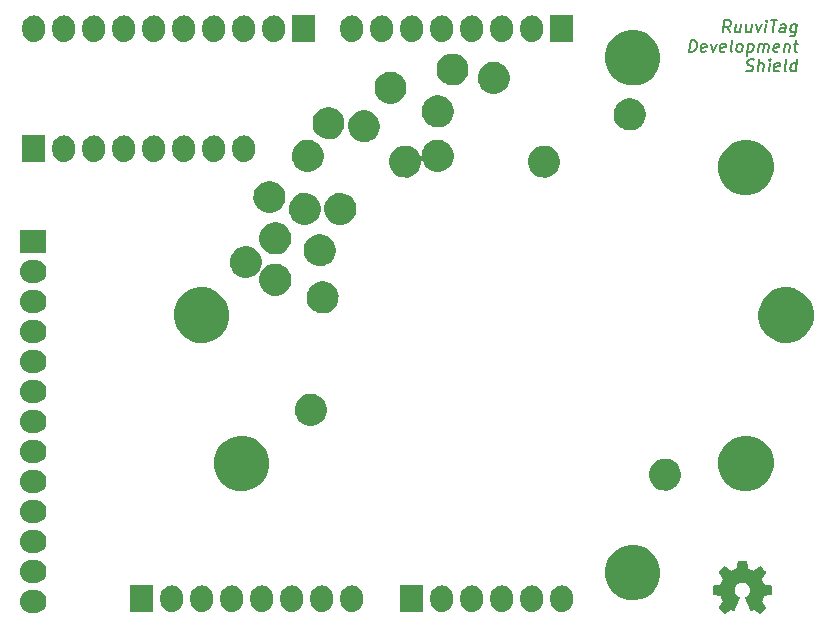
<source format=gts>
G04 #@! TF.FileFunction,Soldermask,Top*
%FSLAX46Y46*%
G04 Gerber Fmt 4.6, Leading zero omitted, Abs format (unit mm)*
G04 Created by KiCad (PCBNEW (2016-05-05 BZR 6775)-product) date 2016 August 31, Wednesday 02:40:09*
%MOMM*%
%LPD*%
G01*
G04 APERTURE LIST*
%ADD10C,0.020000*%
%ADD11C,0.150000*%
%ADD12C,0.010000*%
G04 APERTURE END LIST*
D10*
D11*
X148843928Y-101952380D02*
X148570119Y-101476190D01*
X148272500Y-101952380D02*
X148397500Y-100952380D01*
X148778452Y-100952380D01*
X148867738Y-101000000D01*
X148909404Y-101047619D01*
X148945119Y-101142857D01*
X148927261Y-101285714D01*
X148867738Y-101380952D01*
X148814166Y-101428571D01*
X148712976Y-101476190D01*
X148332023Y-101476190D01*
X149784404Y-101285714D02*
X149701071Y-101952380D01*
X149355833Y-101285714D02*
X149290357Y-101809523D01*
X149326071Y-101904761D01*
X149415357Y-101952380D01*
X149558214Y-101952380D01*
X149659404Y-101904761D01*
X149712976Y-101857142D01*
X150689166Y-101285714D02*
X150605833Y-101952380D01*
X150260595Y-101285714D02*
X150195119Y-101809523D01*
X150230833Y-101904761D01*
X150320119Y-101952380D01*
X150462976Y-101952380D01*
X150564166Y-101904761D01*
X150617738Y-101857142D01*
X151070119Y-101285714D02*
X151224880Y-101952380D01*
X151546309Y-101285714D01*
X151843928Y-101952380D02*
X151927261Y-101285714D01*
X151968928Y-100952380D02*
X151915357Y-101000000D01*
X151957023Y-101047619D01*
X152010595Y-101000000D01*
X151968928Y-100952380D01*
X151957023Y-101047619D01*
X152302261Y-100952380D02*
X152873690Y-100952380D01*
X152462976Y-101952380D02*
X152587976Y-100952380D01*
X153510595Y-101952380D02*
X153576071Y-101428571D01*
X153540357Y-101333333D01*
X153451071Y-101285714D01*
X153260595Y-101285714D01*
X153159404Y-101333333D01*
X153516547Y-101904761D02*
X153415357Y-101952380D01*
X153177261Y-101952380D01*
X153087976Y-101904761D01*
X153052261Y-101809523D01*
X153064166Y-101714285D01*
X153123690Y-101619047D01*
X153224880Y-101571428D01*
X153462976Y-101571428D01*
X153564166Y-101523809D01*
X154498690Y-101285714D02*
X154397500Y-102095238D01*
X154337976Y-102190476D01*
X154284404Y-102238095D01*
X154183214Y-102285714D01*
X154040357Y-102285714D01*
X153951071Y-102238095D01*
X154421309Y-101904761D02*
X154320119Y-101952380D01*
X154129642Y-101952380D01*
X154040357Y-101904761D01*
X153998690Y-101857142D01*
X153962976Y-101761904D01*
X153998690Y-101476190D01*
X154058214Y-101380952D01*
X154111785Y-101333333D01*
X154212976Y-101285714D01*
X154403452Y-101285714D01*
X154492738Y-101333333D01*
X145415357Y-103602380D02*
X145540357Y-102602380D01*
X145778452Y-102602380D01*
X145915357Y-102650000D01*
X145998690Y-102745238D01*
X146034404Y-102840476D01*
X146058214Y-103030952D01*
X146040357Y-103173809D01*
X145968928Y-103364285D01*
X145909404Y-103459523D01*
X145802261Y-103554761D01*
X145653452Y-103602380D01*
X145415357Y-103602380D01*
X146802261Y-103554761D02*
X146701071Y-103602380D01*
X146510595Y-103602380D01*
X146421309Y-103554761D01*
X146385595Y-103459523D01*
X146433214Y-103078571D01*
X146492738Y-102983333D01*
X146593928Y-102935714D01*
X146784404Y-102935714D01*
X146873690Y-102983333D01*
X146909404Y-103078571D01*
X146897500Y-103173809D01*
X146409404Y-103269047D01*
X147260595Y-102935714D02*
X147415357Y-103602380D01*
X147736785Y-102935714D01*
X148421309Y-103554761D02*
X148320119Y-103602380D01*
X148129642Y-103602380D01*
X148040357Y-103554761D01*
X148004642Y-103459523D01*
X148052261Y-103078571D01*
X148111785Y-102983333D01*
X148212976Y-102935714D01*
X148403452Y-102935714D01*
X148492738Y-102983333D01*
X148528452Y-103078571D01*
X148516547Y-103173809D01*
X148028452Y-103269047D01*
X149034404Y-103602380D02*
X148945119Y-103554761D01*
X148909404Y-103459523D01*
X149016547Y-102602380D01*
X149558214Y-103602380D02*
X149468928Y-103554761D01*
X149427261Y-103507142D01*
X149391547Y-103411904D01*
X149427261Y-103126190D01*
X149486785Y-103030952D01*
X149540357Y-102983333D01*
X149641547Y-102935714D01*
X149784404Y-102935714D01*
X149873690Y-102983333D01*
X149915357Y-103030952D01*
X149951071Y-103126190D01*
X149915357Y-103411904D01*
X149855833Y-103507142D01*
X149802261Y-103554761D01*
X149701071Y-103602380D01*
X149558214Y-103602380D01*
X150403452Y-102935714D02*
X150278452Y-103935714D01*
X150397500Y-102983333D02*
X150498690Y-102935714D01*
X150689166Y-102935714D01*
X150778452Y-102983333D01*
X150820119Y-103030952D01*
X150855833Y-103126190D01*
X150820119Y-103411904D01*
X150760595Y-103507142D01*
X150707023Y-103554761D01*
X150605833Y-103602380D01*
X150415357Y-103602380D01*
X150326071Y-103554761D01*
X151224880Y-103602380D02*
X151308214Y-102935714D01*
X151296309Y-103030952D02*
X151349880Y-102983333D01*
X151451071Y-102935714D01*
X151593928Y-102935714D01*
X151683214Y-102983333D01*
X151718928Y-103078571D01*
X151653452Y-103602380D01*
X151718928Y-103078571D02*
X151778452Y-102983333D01*
X151879642Y-102935714D01*
X152022500Y-102935714D01*
X152111785Y-102983333D01*
X152147500Y-103078571D01*
X152082023Y-103602380D01*
X152945119Y-103554761D02*
X152843928Y-103602380D01*
X152653452Y-103602380D01*
X152564166Y-103554761D01*
X152528452Y-103459523D01*
X152576071Y-103078571D01*
X152635595Y-102983333D01*
X152736785Y-102935714D01*
X152927261Y-102935714D01*
X153016547Y-102983333D01*
X153052261Y-103078571D01*
X153040357Y-103173809D01*
X152552261Y-103269047D01*
X153498690Y-102935714D02*
X153415357Y-103602380D01*
X153486785Y-103030952D02*
X153540357Y-102983333D01*
X153641547Y-102935714D01*
X153784404Y-102935714D01*
X153873690Y-102983333D01*
X153909404Y-103078571D01*
X153843928Y-103602380D01*
X154260595Y-102935714D02*
X154641547Y-102935714D01*
X154445119Y-102602380D02*
X154337976Y-103459523D01*
X154373690Y-103554761D01*
X154462976Y-103602380D01*
X154558214Y-103602380D01*
X150230833Y-105204761D02*
X150367738Y-105252380D01*
X150605833Y-105252380D01*
X150707023Y-105204761D01*
X150760595Y-105157142D01*
X150820119Y-105061904D01*
X150832023Y-104966666D01*
X150796309Y-104871428D01*
X150754642Y-104823809D01*
X150665357Y-104776190D01*
X150480833Y-104728571D01*
X150391547Y-104680952D01*
X150349880Y-104633333D01*
X150314166Y-104538095D01*
X150326071Y-104442857D01*
X150385595Y-104347619D01*
X150439166Y-104300000D01*
X150540357Y-104252380D01*
X150778452Y-104252380D01*
X150915357Y-104300000D01*
X151224880Y-105252380D02*
X151349880Y-104252380D01*
X151653452Y-105252380D02*
X151718928Y-104728571D01*
X151683214Y-104633333D01*
X151593928Y-104585714D01*
X151451071Y-104585714D01*
X151349880Y-104633333D01*
X151296309Y-104680952D01*
X152129642Y-105252380D02*
X152212976Y-104585714D01*
X152254642Y-104252380D02*
X152201071Y-104300000D01*
X152242738Y-104347619D01*
X152296309Y-104300000D01*
X152254642Y-104252380D01*
X152242738Y-104347619D01*
X152992738Y-105204761D02*
X152891547Y-105252380D01*
X152701071Y-105252380D01*
X152611785Y-105204761D01*
X152576071Y-105109523D01*
X152623690Y-104728571D01*
X152683214Y-104633333D01*
X152784404Y-104585714D01*
X152974880Y-104585714D01*
X153064166Y-104633333D01*
X153099880Y-104728571D01*
X153087976Y-104823809D01*
X152599880Y-104919047D01*
X153605833Y-105252380D02*
X153516547Y-105204761D01*
X153480833Y-105109523D01*
X153587976Y-104252380D01*
X154415357Y-105252380D02*
X154540357Y-104252380D01*
X154421309Y-105204761D02*
X154320119Y-105252380D01*
X154129642Y-105252380D01*
X154040357Y-105204761D01*
X153998690Y-105157142D01*
X153962976Y-105061904D01*
X153998690Y-104776190D01*
X154058214Y-104680952D01*
X154111785Y-104633333D01*
X154212976Y-104585714D01*
X154403452Y-104585714D01*
X154492738Y-104633333D01*
D12*
G36*
X149936973Y-146688510D02*
X149998129Y-146688693D01*
X150051431Y-146688997D01*
X150096745Y-146689420D01*
X150133933Y-146689958D01*
X150162862Y-146690612D01*
X150183394Y-146691378D01*
X150195394Y-146692256D01*
X150198588Y-146692902D01*
X150205130Y-146699889D01*
X150210529Y-146711364D01*
X150211216Y-146713704D01*
X150212716Y-146720646D01*
X150215669Y-146735472D01*
X150219939Y-146757451D01*
X150225385Y-146785853D01*
X150231871Y-146819948D01*
X150239256Y-146859007D01*
X150247403Y-146902299D01*
X150256174Y-146949096D01*
X150265429Y-146998667D01*
X150272894Y-147038782D01*
X150283914Y-147098010D01*
X150293483Y-147149231D01*
X150301733Y-147193052D01*
X150308792Y-147230079D01*
X150314792Y-147260921D01*
X150319863Y-147286184D01*
X150324134Y-147306476D01*
X150327735Y-147322403D01*
X150330798Y-147334574D01*
X150333453Y-147343595D01*
X150335828Y-147350074D01*
X150338055Y-147354618D01*
X150340264Y-147357834D01*
X150341616Y-147359359D01*
X150350871Y-147366247D01*
X150366548Y-147374948D01*
X150386772Y-147384482D01*
X150401613Y-147390719D01*
X150416388Y-147396681D01*
X150438096Y-147405489D01*
X150465564Y-147416665D01*
X150497619Y-147429731D01*
X150533092Y-147444210D01*
X150570808Y-147459625D01*
X150609598Y-147475496D01*
X150623242Y-147481083D01*
X150665811Y-147498478D01*
X150701061Y-147512768D01*
X150729756Y-147524227D01*
X150752658Y-147533129D01*
X150770529Y-147539746D01*
X150784133Y-147544352D01*
X150794231Y-147547221D01*
X150801587Y-147548625D01*
X150806963Y-147548839D01*
X150810626Y-147548269D01*
X150816520Y-147545236D01*
X150829017Y-147537623D01*
X150847515Y-147525827D01*
X150871412Y-147510250D01*
X150900106Y-147491291D01*
X150932996Y-147469348D01*
X150969480Y-147444823D01*
X151008955Y-147418114D01*
X151050820Y-147389621D01*
X151091524Y-147361767D01*
X151145801Y-147324594D01*
X151193265Y-147292231D01*
X151234265Y-147264451D01*
X151269151Y-147241023D01*
X151298272Y-147221718D01*
X151321979Y-147206308D01*
X151340621Y-147194563D01*
X151354548Y-147186253D01*
X151364110Y-147181150D01*
X151369656Y-147179024D01*
X151370490Y-147178931D01*
X151373597Y-147179649D01*
X151378088Y-147182068D01*
X151384377Y-147186581D01*
X151392881Y-147193582D01*
X151404016Y-147203468D01*
X151418198Y-147216631D01*
X151435842Y-147233467D01*
X151457364Y-147254369D01*
X151483182Y-147279734D01*
X151513709Y-147309954D01*
X151549364Y-147345425D01*
X151590560Y-147386541D01*
X151612392Y-147408364D01*
X151655737Y-147451731D01*
X151693278Y-147489358D01*
X151725425Y-147521678D01*
X151752584Y-147549125D01*
X151775164Y-147572133D01*
X151793574Y-147591138D01*
X151808220Y-147606572D01*
X151819512Y-147618870D01*
X151827858Y-147628466D01*
X151833665Y-147635795D01*
X151837341Y-147641290D01*
X151839296Y-147645386D01*
X151839936Y-147648517D01*
X151839828Y-147650321D01*
X151837025Y-147656113D01*
X151829612Y-147668492D01*
X151817988Y-147686857D01*
X151802549Y-147710608D01*
X151783692Y-147739145D01*
X151761815Y-147771867D01*
X151737314Y-147808174D01*
X151710588Y-147847465D01*
X151682032Y-147889141D01*
X151676610Y-147897022D01*
X151640394Y-147949620D01*
X151608818Y-147995486D01*
X151581564Y-148035106D01*
X151558316Y-148068971D01*
X151538755Y-148097568D01*
X151522566Y-148121386D01*
X151509430Y-148140912D01*
X151499032Y-148156636D01*
X151491053Y-148169046D01*
X151485177Y-148178630D01*
X151481086Y-148185877D01*
X151478463Y-148191274D01*
X151476992Y-148195311D01*
X151476355Y-148198475D01*
X151476235Y-148201255D01*
X151476315Y-148204139D01*
X151476331Y-148205456D01*
X151478061Y-148212860D01*
X151482991Y-148227343D01*
X151490732Y-148247993D01*
X151500893Y-148273899D01*
X151513085Y-148304150D01*
X151526919Y-148337836D01*
X151542005Y-148374044D01*
X151557953Y-148411865D01*
X151574375Y-148450387D01*
X151590879Y-148488699D01*
X151607076Y-148525891D01*
X151622578Y-148561050D01*
X151636994Y-148593267D01*
X151649935Y-148621630D01*
X151661010Y-148645228D01*
X151669831Y-148663150D01*
X151676008Y-148674485D01*
X151678347Y-148677813D01*
X151682190Y-148681334D01*
X151687130Y-148684538D01*
X151694011Y-148687629D01*
X151703672Y-148690808D01*
X151716956Y-148694278D01*
X151734704Y-148698242D01*
X151757758Y-148702902D01*
X151786959Y-148708460D01*
X151823150Y-148715118D01*
X151864776Y-148722649D01*
X151879870Y-148725389D01*
X151901650Y-148729374D01*
X151928191Y-148734248D01*
X151957568Y-148739660D01*
X151987855Y-148745254D01*
X151993966Y-148746385D01*
X152027366Y-148752562D01*
X152066436Y-148759778D01*
X152108231Y-148767492D01*
X152149807Y-148775158D01*
X152188218Y-148782235D01*
X152197028Y-148783857D01*
X152233592Y-148790676D01*
X152262478Y-148796313D01*
X152284650Y-148801023D01*
X152301070Y-148805061D01*
X152312700Y-148808682D01*
X152320503Y-148812143D01*
X152325441Y-148815697D01*
X152327821Y-148818543D01*
X152328358Y-148823620D01*
X152328849Y-148836616D01*
X152329293Y-148856692D01*
X152329690Y-148883006D01*
X152330038Y-148914721D01*
X152330337Y-148950996D01*
X152330586Y-148990991D01*
X152330784Y-149033867D01*
X152330930Y-149078785D01*
X152331024Y-149124904D01*
X152331065Y-149171385D01*
X152331051Y-149217388D01*
X152330982Y-149262074D01*
X152330857Y-149304603D01*
X152330676Y-149344135D01*
X152330437Y-149379830D01*
X152330140Y-149410850D01*
X152329783Y-149436354D01*
X152329367Y-149455503D01*
X152328890Y-149467457D01*
X152328468Y-149471263D01*
X152322438Y-149479294D01*
X152318145Y-149482389D01*
X152312650Y-149483858D01*
X152299260Y-149486771D01*
X152278693Y-149490987D01*
X152251670Y-149496368D01*
X152218910Y-149502773D01*
X152181130Y-149510063D01*
X152139051Y-149518096D01*
X152093392Y-149526734D01*
X152044872Y-149535836D01*
X152014110Y-149541568D01*
X151964130Y-149550886D01*
X151916521Y-149559815D01*
X151872008Y-149568214D01*
X151831316Y-149575945D01*
X151795172Y-149582869D01*
X151764301Y-149588845D01*
X151739427Y-149593735D01*
X151721278Y-149597399D01*
X151710578Y-149599698D01*
X151708028Y-149600367D01*
X151697216Y-149606725D01*
X151691093Y-149612230D01*
X151688189Y-149617686D01*
X151682365Y-149630546D01*
X151673927Y-149650073D01*
X151663183Y-149675529D01*
X151650439Y-149706176D01*
X151636003Y-149741277D01*
X151620182Y-149780093D01*
X151603281Y-149821887D01*
X151586703Y-149863184D01*
X151565171Y-149917165D01*
X151546810Y-149963541D01*
X151531442Y-150002798D01*
X151518885Y-150035424D01*
X151508959Y-150061904D01*
X151501483Y-150082726D01*
X151496276Y-150098375D01*
X151493158Y-150109338D01*
X151491948Y-150116101D01*
X151492021Y-150118164D01*
X151495071Y-150124518D01*
X151502905Y-150137631D01*
X151515257Y-150157104D01*
X151531860Y-150182542D01*
X151552449Y-150213546D01*
X151576756Y-150249720D01*
X151604515Y-150290666D01*
X151635460Y-150335988D01*
X151669324Y-150385287D01*
X151705841Y-150438167D01*
X151732457Y-150476552D01*
X151758868Y-150514643D01*
X151780657Y-150546255D01*
X151798245Y-150572071D01*
X151812050Y-150592773D01*
X151822495Y-150609044D01*
X151829999Y-150621565D01*
X151834984Y-150631020D01*
X151837868Y-150638091D01*
X151839074Y-150643461D01*
X151839020Y-150647811D01*
X151838795Y-150649154D01*
X151836836Y-150653233D01*
X151831873Y-150660008D01*
X151823568Y-150669829D01*
X151811585Y-150683046D01*
X151795586Y-150700008D01*
X151775235Y-150721065D01*
X151750194Y-150746567D01*
X151720126Y-150776863D01*
X151684695Y-150812303D01*
X151643562Y-150853238D01*
X151609597Y-150886934D01*
X151572482Y-150923649D01*
X151537057Y-150958564D01*
X151503830Y-150991185D01*
X151473310Y-151021020D01*
X151446003Y-151047576D01*
X151422418Y-151070361D01*
X151403063Y-151088883D01*
X151388446Y-151102648D01*
X151379073Y-151111164D01*
X151375554Y-151113930D01*
X151366076Y-151113921D01*
X151358037Y-151111161D01*
X151352707Y-151107800D01*
X151340809Y-151099930D01*
X151322999Y-151087995D01*
X151299933Y-151072440D01*
X151272266Y-151053708D01*
X151240655Y-151032243D01*
X151205756Y-151008490D01*
X151168224Y-150982893D01*
X151128714Y-150955895D01*
X151126862Y-150954629D01*
X151086858Y-150927265D01*
X151048484Y-150901019D01*
X151012441Y-150876369D01*
X150979431Y-150853795D01*
X150950153Y-150833776D01*
X150925308Y-150816790D01*
X150905597Y-150803316D01*
X150891720Y-150793835D01*
X150884414Y-150788848D01*
X150874635Y-150782454D01*
X150865804Y-150777867D01*
X150856934Y-150775354D01*
X150847038Y-150775185D01*
X150835127Y-150777626D01*
X150820215Y-150782947D01*
X150801314Y-150791414D01*
X150777437Y-150803297D01*
X150747595Y-150818863D01*
X150720032Y-150833475D01*
X150691061Y-150848696D01*
X150664220Y-150862465D01*
X150640584Y-150874256D01*
X150621228Y-150883545D01*
X150607225Y-150889807D01*
X150599650Y-150892516D01*
X150599043Y-150892586D01*
X150592008Y-150891656D01*
X150586367Y-150887811D01*
X150580855Y-150879469D01*
X150574210Y-150865047D01*
X150571087Y-150857552D01*
X150566956Y-150847534D01*
X150559648Y-150829854D01*
X150549341Y-150804943D01*
X150536211Y-150773229D01*
X150520438Y-150735140D01*
X150502198Y-150691107D01*
X150481670Y-150641559D01*
X150459031Y-150586924D01*
X150434459Y-150527631D01*
X150408132Y-150464111D01*
X150380228Y-150396792D01*
X150350925Y-150326102D01*
X150320400Y-150252472D01*
X150318888Y-150248827D01*
X150290442Y-150180199D01*
X150265176Y-150119199D01*
X150242906Y-150065370D01*
X150223448Y-150018254D01*
X150206619Y-149977393D01*
X150192234Y-149942329D01*
X150180109Y-149912604D01*
X150170060Y-149887759D01*
X150161904Y-149867338D01*
X150155455Y-149850882D01*
X150150531Y-149837933D01*
X150146948Y-149828034D01*
X150144521Y-149820725D01*
X150143066Y-149815550D01*
X150142399Y-149812050D01*
X150142336Y-149809767D01*
X150142373Y-149809467D01*
X150144121Y-149804518D01*
X150148627Y-149798773D01*
X150156879Y-149791411D01*
X150169866Y-149781613D01*
X150188579Y-149768560D01*
X150205905Y-149756852D01*
X150266700Y-149713788D01*
X150319748Y-149671113D01*
X150365960Y-149627900D01*
X150406247Y-149583221D01*
X150441521Y-149536149D01*
X150472692Y-149485755D01*
X150473319Y-149484638D01*
X150506880Y-149415872D01*
X150532323Y-149344440D01*
X150549624Y-149271022D01*
X150558758Y-149196297D01*
X150559702Y-149120946D01*
X150552432Y-149045649D01*
X150536923Y-148971085D01*
X150513151Y-148897934D01*
X150495512Y-148856300D01*
X150480799Y-148827710D01*
X150461720Y-148795439D01*
X150440007Y-148762090D01*
X150417392Y-148730269D01*
X150395608Y-148702579D01*
X150385752Y-148691298D01*
X150328499Y-148634871D01*
X150266860Y-148585987D01*
X150200972Y-148544729D01*
X150130975Y-148511176D01*
X150057007Y-148485411D01*
X150014260Y-148474494D01*
X149998025Y-148471058D01*
X149983082Y-148468479D01*
X149967747Y-148466637D01*
X149950336Y-148465414D01*
X149929167Y-148464689D01*
X149902554Y-148464344D01*
X149870000Y-148464258D01*
X149836485Y-148464351D01*
X149810046Y-148464709D01*
X149789002Y-148465450D01*
X149771673Y-148466693D01*
X149756377Y-148468558D01*
X149741433Y-148471163D01*
X149726006Y-148474437D01*
X149650392Y-148495700D01*
X149578841Y-148524494D01*
X149511765Y-148560389D01*
X149449576Y-148602953D01*
X149392688Y-148651757D01*
X149341511Y-148706369D01*
X149296460Y-148766360D01*
X149257946Y-148831298D01*
X149226381Y-148900754D01*
X149202178Y-148974295D01*
X149188398Y-149035758D01*
X149184521Y-149064863D01*
X149182001Y-149099715D01*
X149180838Y-149137796D01*
X149181032Y-149176588D01*
X149182582Y-149213576D01*
X149185488Y-149246240D01*
X149188421Y-149265672D01*
X149200654Y-149318785D01*
X149217045Y-149372456D01*
X149236657Y-149424122D01*
X149258556Y-149471223D01*
X149272944Y-149497128D01*
X149306309Y-149547819D01*
X149343948Y-149595264D01*
X149386804Y-149640403D01*
X149435822Y-149684174D01*
X149491946Y-149727517D01*
X149534096Y-149756852D01*
X149557480Y-149772717D01*
X149574435Y-149784745D01*
X149585952Y-149793754D01*
X149593018Y-149800564D01*
X149596625Y-149805995D01*
X149597628Y-149809467D01*
X149597650Y-149811588D01*
X149597099Y-149814849D01*
X149595791Y-149819707D01*
X149593542Y-149826621D01*
X149590168Y-149836048D01*
X149585485Y-149848446D01*
X149579309Y-149864274D01*
X149571456Y-149883989D01*
X149561742Y-149908049D01*
X149549982Y-149936912D01*
X149535994Y-149971036D01*
X149519593Y-150010880D01*
X149500595Y-150056900D01*
X149478817Y-150109556D01*
X149454073Y-150169304D01*
X149426180Y-150236604D01*
X149421112Y-150248827D01*
X149390532Y-150322589D01*
X149361165Y-150393431D01*
X149333189Y-150460924D01*
X149306782Y-150524639D01*
X149282121Y-150584147D01*
X149259384Y-150639018D01*
X149238749Y-150688824D01*
X149220394Y-150733135D01*
X149204496Y-150771522D01*
X149191234Y-150803556D01*
X149180785Y-150828808D01*
X149173327Y-150846848D01*
X149169038Y-150857248D01*
X149168914Y-150857552D01*
X149161497Y-150874732D01*
X149155699Y-150885224D01*
X149150257Y-150890610D01*
X149143907Y-150892473D01*
X149140958Y-150892586D01*
X149134682Y-150890587D01*
X149121780Y-150884939D01*
X149103327Y-150876167D01*
X149080398Y-150864796D01*
X149054065Y-150851351D01*
X149025405Y-150836358D01*
X149019969Y-150833475D01*
X148984604Y-150814838D01*
X148956097Y-150800195D01*
X148933695Y-150789195D01*
X148916650Y-150781490D01*
X148904211Y-150776732D01*
X148895628Y-150774572D01*
X148892829Y-150774354D01*
X148881056Y-150776163D01*
X148867121Y-150782190D01*
X148849050Y-150793311D01*
X148846846Y-150794801D01*
X148837548Y-150801144D01*
X148821808Y-150811901D01*
X148800408Y-150826536D01*
X148774132Y-150844515D01*
X148743763Y-150865300D01*
X148710083Y-150888356D01*
X148673877Y-150913147D01*
X148635926Y-150939138D01*
X148615328Y-150953247D01*
X148567407Y-150986060D01*
X148526198Y-151014245D01*
X148491199Y-151038139D01*
X148461905Y-151058079D01*
X148437814Y-151074400D01*
X148418421Y-151087441D01*
X148403225Y-151097537D01*
X148391720Y-151105024D01*
X148383404Y-151110241D01*
X148377774Y-151113522D01*
X148374326Y-151115206D01*
X148372557Y-151115628D01*
X148372514Y-151115623D01*
X148366827Y-151113915D01*
X148362649Y-151112339D01*
X148357988Y-151108660D01*
X148347764Y-151099370D01*
X148332585Y-151085072D01*
X148313061Y-151066367D01*
X148289799Y-151043860D01*
X148263408Y-151018154D01*
X148234496Y-150989852D01*
X148203673Y-150959557D01*
X148171545Y-150927872D01*
X148138722Y-150895401D01*
X148105813Y-150862746D01*
X148073425Y-150830511D01*
X148042167Y-150799299D01*
X148012648Y-150769714D01*
X147985476Y-150742357D01*
X147961259Y-150717833D01*
X147940606Y-150696745D01*
X147924125Y-150679696D01*
X147912426Y-150667289D01*
X147906115Y-150660127D01*
X147905262Y-150658916D01*
X147901221Y-150647167D01*
X147900959Y-150636993D01*
X147904053Y-150630809D01*
X147911441Y-150618599D01*
X147922384Y-150601506D01*
X147936144Y-150580672D01*
X147951981Y-150557240D01*
X147961531Y-150543337D01*
X147982562Y-150512871D01*
X148006078Y-150478760D01*
X148030215Y-150443709D01*
X148053111Y-150410422D01*
X148072905Y-150381603D01*
X148073093Y-150381329D01*
X148092668Y-150352804D01*
X148115385Y-150319711D01*
X148139423Y-150284701D01*
X148162964Y-150250424D01*
X148184187Y-150219530D01*
X148185343Y-150217848D01*
X148202178Y-150192971D01*
X148217390Y-150169783D01*
X148230231Y-150149476D01*
X148239958Y-150133246D01*
X148245825Y-150122285D01*
X148247171Y-150118792D01*
X148247313Y-150114716D01*
X148246240Y-150108258D01*
X148243736Y-150098825D01*
X148239584Y-150085829D01*
X148233567Y-150068679D01*
X148225468Y-150046784D01*
X148215070Y-150019555D01*
X148202156Y-149986401D01*
X148186509Y-149946731D01*
X148167913Y-149899957D01*
X148153126Y-149862926D01*
X148135573Y-149819127D01*
X148118886Y-149777681D01*
X148103362Y-149739315D01*
X148089300Y-149704757D01*
X148076998Y-149674737D01*
X148066755Y-149649981D01*
X148058869Y-149631219D01*
X148053638Y-149619179D01*
X148051404Y-149614634D01*
X148045082Y-149608832D01*
X148035621Y-149603658D01*
X148021859Y-149598752D01*
X148002637Y-149593754D01*
X147976794Y-149588301D01*
X147951165Y-149583479D01*
X147897824Y-149573736D01*
X147844038Y-149563839D01*
X147790517Y-149553922D01*
X147737967Y-149544121D01*
X147687097Y-149534571D01*
X147638615Y-149525407D01*
X147593228Y-149516765D01*
X147551646Y-149508780D01*
X147514576Y-149501587D01*
X147482726Y-149495321D01*
X147456804Y-149490117D01*
X147437517Y-149486111D01*
X147425575Y-149483439D01*
X147421791Y-149482354D01*
X147413965Y-149475414D01*
X147411533Y-149471263D01*
X147411007Y-149465602D01*
X147410542Y-149452080D01*
X147410138Y-149431539D01*
X147409794Y-149404817D01*
X147409509Y-149372754D01*
X147409282Y-149336190D01*
X147409113Y-149295964D01*
X147409000Y-149252917D01*
X147408943Y-149207888D01*
X147408940Y-149161716D01*
X147408992Y-149115241D01*
X147409097Y-149069303D01*
X147409254Y-149024741D01*
X147409463Y-148982396D01*
X147409722Y-148943106D01*
X147410031Y-148907712D01*
X147410390Y-148877053D01*
X147410796Y-148851968D01*
X147411250Y-148833298D01*
X147411751Y-148821882D01*
X147412180Y-148818543D01*
X147415615Y-148814755D01*
X147421202Y-148811249D01*
X147429902Y-148807772D01*
X147442679Y-148804067D01*
X147460494Y-148799880D01*
X147484310Y-148794955D01*
X147515089Y-148789036D01*
X147542973Y-148783857D01*
X147580126Y-148777014D01*
X147621183Y-148769445D01*
X147663200Y-148761692D01*
X147703232Y-148754299D01*
X147738334Y-148747810D01*
X147746035Y-148746385D01*
X147776272Y-148740797D01*
X147805991Y-148735319D01*
X147833266Y-148730306D01*
X147856172Y-148726112D01*
X147872785Y-148723089D01*
X147875225Y-148722649D01*
X147918835Y-148714757D01*
X147954658Y-148708158D01*
X147983533Y-148702649D01*
X148006303Y-148698029D01*
X148023810Y-148694094D01*
X148036895Y-148690642D01*
X148046400Y-148687472D01*
X148053166Y-148684380D01*
X148058035Y-148681163D01*
X148061667Y-148677813D01*
X148066028Y-148671020D01*
X148073266Y-148657095D01*
X148082993Y-148636943D01*
X148094822Y-148611471D01*
X148108365Y-148581587D01*
X148123233Y-148548196D01*
X148139039Y-148512206D01*
X148155395Y-148474523D01*
X148171912Y-148436054D01*
X148188203Y-148397706D01*
X148203880Y-148360385D01*
X148218556Y-148324999D01*
X148231841Y-148292453D01*
X148243349Y-148263655D01*
X148252690Y-148239511D01*
X148259478Y-148220928D01*
X148263325Y-148208813D01*
X148264063Y-148204743D01*
X148264020Y-148201752D01*
X148263867Y-148198974D01*
X148263283Y-148195921D01*
X148261951Y-148192103D01*
X148259553Y-148187033D01*
X148255772Y-148180223D01*
X148250287Y-148171183D01*
X148242783Y-148159425D01*
X148232940Y-148144462D01*
X148220440Y-148125803D01*
X148204966Y-148102962D01*
X148186198Y-148075450D01*
X148163820Y-148042777D01*
X148137513Y-148004457D01*
X148106958Y-147959999D01*
X148071838Y-147908917D01*
X148063341Y-147896557D01*
X148035487Y-147855901D01*
X148009091Y-147817107D01*
X147984580Y-147780817D01*
X147962380Y-147747676D01*
X147942918Y-147718327D01*
X147926618Y-147693413D01*
X147913908Y-147673579D01*
X147905212Y-147659467D01*
X147900958Y-147651722D01*
X147900615Y-147650755D01*
X147900390Y-147648079D01*
X147901021Y-147644934D01*
X147902919Y-147640883D01*
X147906493Y-147635489D01*
X147912151Y-147628316D01*
X147920304Y-147618925D01*
X147931361Y-147606880D01*
X147945731Y-147591743D01*
X147963823Y-147573078D01*
X147986047Y-147550447D01*
X148012812Y-147523414D01*
X148044527Y-147491541D01*
X148081602Y-147454391D01*
X148124447Y-147411526D01*
X148127546Y-147408427D01*
X148171249Y-147364756D01*
X148209214Y-147326903D01*
X148241869Y-147294464D01*
X148269639Y-147267037D01*
X148292952Y-147244216D01*
X148312235Y-147225599D01*
X148327914Y-147210782D01*
X148340416Y-147199361D01*
X148350169Y-147190934D01*
X148357599Y-147185095D01*
X148363133Y-147181442D01*
X148367198Y-147179572D01*
X148370133Y-147179078D01*
X148374503Y-147180308D01*
X148382273Y-147184108D01*
X148393835Y-147190731D01*
X148409575Y-147200433D01*
X148429885Y-147213469D01*
X148455153Y-147230094D01*
X148485768Y-147250565D01*
X148522119Y-147275135D01*
X148564595Y-147304060D01*
X148613587Y-147337595D01*
X148650362Y-147362848D01*
X148693917Y-147392701D01*
X148735618Y-147421117D01*
X148774868Y-147447700D01*
X148811070Y-147472054D01*
X148843627Y-147493781D01*
X148871942Y-147512485D01*
X148895418Y-147527770D01*
X148913459Y-147539238D01*
X148925466Y-147546494D01*
X148930749Y-147549125D01*
X148935566Y-147549197D01*
X148943152Y-147547779D01*
X148954193Y-147544619D01*
X148969376Y-147539465D01*
X148989388Y-147532067D01*
X149014917Y-147522173D01*
X149046650Y-147509530D01*
X149085273Y-147493888D01*
X149116870Y-147480981D01*
X149155747Y-147465069D01*
X149193964Y-147449448D01*
X149230348Y-147434595D01*
X149263725Y-147420987D01*
X149292925Y-147409103D01*
X149316775Y-147399420D01*
X149334101Y-147392417D01*
X149338388Y-147390695D01*
X149360624Y-147381139D01*
X149379506Y-147371781D01*
X149393167Y-147363598D01*
X149398363Y-147359370D01*
X149400976Y-147356222D01*
X149403466Y-147351998D01*
X149405995Y-147345978D01*
X149408724Y-147337443D01*
X149411814Y-147325672D01*
X149415428Y-147309946D01*
X149419726Y-147289544D01*
X149424871Y-147263746D01*
X149431022Y-147231833D01*
X149438343Y-147193083D01*
X149446995Y-147146778D01*
X149451604Y-147122000D01*
X149459793Y-147077962D01*
X149467619Y-147035928D01*
X149474913Y-146996802D01*
X149481506Y-146961486D01*
X149487230Y-146930882D01*
X149491916Y-146905895D01*
X149495395Y-146887426D01*
X149497498Y-146876380D01*
X149497851Y-146874569D01*
X149500921Y-146858801D01*
X149504739Y-146838847D01*
X149508327Y-146819827D01*
X149512101Y-146799676D01*
X149516658Y-146775386D01*
X149521158Y-146751428D01*
X149522239Y-146745677D01*
X149527261Y-146722973D01*
X149532552Y-146706199D01*
X149537677Y-146696717D01*
X149537969Y-146696410D01*
X149539824Y-146694905D01*
X149542569Y-146693602D01*
X149546804Y-146692486D01*
X149553134Y-146691544D01*
X149562161Y-146690760D01*
X149574487Y-146690121D01*
X149590715Y-146689611D01*
X149611447Y-146689216D01*
X149637286Y-146688921D01*
X149668834Y-146688713D01*
X149706695Y-146688576D01*
X149751470Y-146688496D01*
X149803762Y-146688458D01*
X149864173Y-146688448D01*
X149868099Y-146688448D01*
X149936973Y-146688510D01*
X149936973Y-146688510D01*
G37*
X149936973Y-146688510D02*
X149998129Y-146688693D01*
X150051431Y-146688997D01*
X150096745Y-146689420D01*
X150133933Y-146689958D01*
X150162862Y-146690612D01*
X150183394Y-146691378D01*
X150195394Y-146692256D01*
X150198588Y-146692902D01*
X150205130Y-146699889D01*
X150210529Y-146711364D01*
X150211216Y-146713704D01*
X150212716Y-146720646D01*
X150215669Y-146735472D01*
X150219939Y-146757451D01*
X150225385Y-146785853D01*
X150231871Y-146819948D01*
X150239256Y-146859007D01*
X150247403Y-146902299D01*
X150256174Y-146949096D01*
X150265429Y-146998667D01*
X150272894Y-147038782D01*
X150283914Y-147098010D01*
X150293483Y-147149231D01*
X150301733Y-147193052D01*
X150308792Y-147230079D01*
X150314792Y-147260921D01*
X150319863Y-147286184D01*
X150324134Y-147306476D01*
X150327735Y-147322403D01*
X150330798Y-147334574D01*
X150333453Y-147343595D01*
X150335828Y-147350074D01*
X150338055Y-147354618D01*
X150340264Y-147357834D01*
X150341616Y-147359359D01*
X150350871Y-147366247D01*
X150366548Y-147374948D01*
X150386772Y-147384482D01*
X150401613Y-147390719D01*
X150416388Y-147396681D01*
X150438096Y-147405489D01*
X150465564Y-147416665D01*
X150497619Y-147429731D01*
X150533092Y-147444210D01*
X150570808Y-147459625D01*
X150609598Y-147475496D01*
X150623242Y-147481083D01*
X150665811Y-147498478D01*
X150701061Y-147512768D01*
X150729756Y-147524227D01*
X150752658Y-147533129D01*
X150770529Y-147539746D01*
X150784133Y-147544352D01*
X150794231Y-147547221D01*
X150801587Y-147548625D01*
X150806963Y-147548839D01*
X150810626Y-147548269D01*
X150816520Y-147545236D01*
X150829017Y-147537623D01*
X150847515Y-147525827D01*
X150871412Y-147510250D01*
X150900106Y-147491291D01*
X150932996Y-147469348D01*
X150969480Y-147444823D01*
X151008955Y-147418114D01*
X151050820Y-147389621D01*
X151091524Y-147361767D01*
X151145801Y-147324594D01*
X151193265Y-147292231D01*
X151234265Y-147264451D01*
X151269151Y-147241023D01*
X151298272Y-147221718D01*
X151321979Y-147206308D01*
X151340621Y-147194563D01*
X151354548Y-147186253D01*
X151364110Y-147181150D01*
X151369656Y-147179024D01*
X151370490Y-147178931D01*
X151373597Y-147179649D01*
X151378088Y-147182068D01*
X151384377Y-147186581D01*
X151392881Y-147193582D01*
X151404016Y-147203468D01*
X151418198Y-147216631D01*
X151435842Y-147233467D01*
X151457364Y-147254369D01*
X151483182Y-147279734D01*
X151513709Y-147309954D01*
X151549364Y-147345425D01*
X151590560Y-147386541D01*
X151612392Y-147408364D01*
X151655737Y-147451731D01*
X151693278Y-147489358D01*
X151725425Y-147521678D01*
X151752584Y-147549125D01*
X151775164Y-147572133D01*
X151793574Y-147591138D01*
X151808220Y-147606572D01*
X151819512Y-147618870D01*
X151827858Y-147628466D01*
X151833665Y-147635795D01*
X151837341Y-147641290D01*
X151839296Y-147645386D01*
X151839936Y-147648517D01*
X151839828Y-147650321D01*
X151837025Y-147656113D01*
X151829612Y-147668492D01*
X151817988Y-147686857D01*
X151802549Y-147710608D01*
X151783692Y-147739145D01*
X151761815Y-147771867D01*
X151737314Y-147808174D01*
X151710588Y-147847465D01*
X151682032Y-147889141D01*
X151676610Y-147897022D01*
X151640394Y-147949620D01*
X151608818Y-147995486D01*
X151581564Y-148035106D01*
X151558316Y-148068971D01*
X151538755Y-148097568D01*
X151522566Y-148121386D01*
X151509430Y-148140912D01*
X151499032Y-148156636D01*
X151491053Y-148169046D01*
X151485177Y-148178630D01*
X151481086Y-148185877D01*
X151478463Y-148191274D01*
X151476992Y-148195311D01*
X151476355Y-148198475D01*
X151476235Y-148201255D01*
X151476315Y-148204139D01*
X151476331Y-148205456D01*
X151478061Y-148212860D01*
X151482991Y-148227343D01*
X151490732Y-148247993D01*
X151500893Y-148273899D01*
X151513085Y-148304150D01*
X151526919Y-148337836D01*
X151542005Y-148374044D01*
X151557953Y-148411865D01*
X151574375Y-148450387D01*
X151590879Y-148488699D01*
X151607076Y-148525891D01*
X151622578Y-148561050D01*
X151636994Y-148593267D01*
X151649935Y-148621630D01*
X151661010Y-148645228D01*
X151669831Y-148663150D01*
X151676008Y-148674485D01*
X151678347Y-148677813D01*
X151682190Y-148681334D01*
X151687130Y-148684538D01*
X151694011Y-148687629D01*
X151703672Y-148690808D01*
X151716956Y-148694278D01*
X151734704Y-148698242D01*
X151757758Y-148702902D01*
X151786959Y-148708460D01*
X151823150Y-148715118D01*
X151864776Y-148722649D01*
X151879870Y-148725389D01*
X151901650Y-148729374D01*
X151928191Y-148734248D01*
X151957568Y-148739660D01*
X151987855Y-148745254D01*
X151993966Y-148746385D01*
X152027366Y-148752562D01*
X152066436Y-148759778D01*
X152108231Y-148767492D01*
X152149807Y-148775158D01*
X152188218Y-148782235D01*
X152197028Y-148783857D01*
X152233592Y-148790676D01*
X152262478Y-148796313D01*
X152284650Y-148801023D01*
X152301070Y-148805061D01*
X152312700Y-148808682D01*
X152320503Y-148812143D01*
X152325441Y-148815697D01*
X152327821Y-148818543D01*
X152328358Y-148823620D01*
X152328849Y-148836616D01*
X152329293Y-148856692D01*
X152329690Y-148883006D01*
X152330038Y-148914721D01*
X152330337Y-148950996D01*
X152330586Y-148990991D01*
X152330784Y-149033867D01*
X152330930Y-149078785D01*
X152331024Y-149124904D01*
X152331065Y-149171385D01*
X152331051Y-149217388D01*
X152330982Y-149262074D01*
X152330857Y-149304603D01*
X152330676Y-149344135D01*
X152330437Y-149379830D01*
X152330140Y-149410850D01*
X152329783Y-149436354D01*
X152329367Y-149455503D01*
X152328890Y-149467457D01*
X152328468Y-149471263D01*
X152322438Y-149479294D01*
X152318145Y-149482389D01*
X152312650Y-149483858D01*
X152299260Y-149486771D01*
X152278693Y-149490987D01*
X152251670Y-149496368D01*
X152218910Y-149502773D01*
X152181130Y-149510063D01*
X152139051Y-149518096D01*
X152093392Y-149526734D01*
X152044872Y-149535836D01*
X152014110Y-149541568D01*
X151964130Y-149550886D01*
X151916521Y-149559815D01*
X151872008Y-149568214D01*
X151831316Y-149575945D01*
X151795172Y-149582869D01*
X151764301Y-149588845D01*
X151739427Y-149593735D01*
X151721278Y-149597399D01*
X151710578Y-149599698D01*
X151708028Y-149600367D01*
X151697216Y-149606725D01*
X151691093Y-149612230D01*
X151688189Y-149617686D01*
X151682365Y-149630546D01*
X151673927Y-149650073D01*
X151663183Y-149675529D01*
X151650439Y-149706176D01*
X151636003Y-149741277D01*
X151620182Y-149780093D01*
X151603281Y-149821887D01*
X151586703Y-149863184D01*
X151565171Y-149917165D01*
X151546810Y-149963541D01*
X151531442Y-150002798D01*
X151518885Y-150035424D01*
X151508959Y-150061904D01*
X151501483Y-150082726D01*
X151496276Y-150098375D01*
X151493158Y-150109338D01*
X151491948Y-150116101D01*
X151492021Y-150118164D01*
X151495071Y-150124518D01*
X151502905Y-150137631D01*
X151515257Y-150157104D01*
X151531860Y-150182542D01*
X151552449Y-150213546D01*
X151576756Y-150249720D01*
X151604515Y-150290666D01*
X151635460Y-150335988D01*
X151669324Y-150385287D01*
X151705841Y-150438167D01*
X151732457Y-150476552D01*
X151758868Y-150514643D01*
X151780657Y-150546255D01*
X151798245Y-150572071D01*
X151812050Y-150592773D01*
X151822495Y-150609044D01*
X151829999Y-150621565D01*
X151834984Y-150631020D01*
X151837868Y-150638091D01*
X151839074Y-150643461D01*
X151839020Y-150647811D01*
X151838795Y-150649154D01*
X151836836Y-150653233D01*
X151831873Y-150660008D01*
X151823568Y-150669829D01*
X151811585Y-150683046D01*
X151795586Y-150700008D01*
X151775235Y-150721065D01*
X151750194Y-150746567D01*
X151720126Y-150776863D01*
X151684695Y-150812303D01*
X151643562Y-150853238D01*
X151609597Y-150886934D01*
X151572482Y-150923649D01*
X151537057Y-150958564D01*
X151503830Y-150991185D01*
X151473310Y-151021020D01*
X151446003Y-151047576D01*
X151422418Y-151070361D01*
X151403063Y-151088883D01*
X151388446Y-151102648D01*
X151379073Y-151111164D01*
X151375554Y-151113930D01*
X151366076Y-151113921D01*
X151358037Y-151111161D01*
X151352707Y-151107800D01*
X151340809Y-151099930D01*
X151322999Y-151087995D01*
X151299933Y-151072440D01*
X151272266Y-151053708D01*
X151240655Y-151032243D01*
X151205756Y-151008490D01*
X151168224Y-150982893D01*
X151128714Y-150955895D01*
X151126862Y-150954629D01*
X151086858Y-150927265D01*
X151048484Y-150901019D01*
X151012441Y-150876369D01*
X150979431Y-150853795D01*
X150950153Y-150833776D01*
X150925308Y-150816790D01*
X150905597Y-150803316D01*
X150891720Y-150793835D01*
X150884414Y-150788848D01*
X150874635Y-150782454D01*
X150865804Y-150777867D01*
X150856934Y-150775354D01*
X150847038Y-150775185D01*
X150835127Y-150777626D01*
X150820215Y-150782947D01*
X150801314Y-150791414D01*
X150777437Y-150803297D01*
X150747595Y-150818863D01*
X150720032Y-150833475D01*
X150691061Y-150848696D01*
X150664220Y-150862465D01*
X150640584Y-150874256D01*
X150621228Y-150883545D01*
X150607225Y-150889807D01*
X150599650Y-150892516D01*
X150599043Y-150892586D01*
X150592008Y-150891656D01*
X150586367Y-150887811D01*
X150580855Y-150879469D01*
X150574210Y-150865047D01*
X150571087Y-150857552D01*
X150566956Y-150847534D01*
X150559648Y-150829854D01*
X150549341Y-150804943D01*
X150536211Y-150773229D01*
X150520438Y-150735140D01*
X150502198Y-150691107D01*
X150481670Y-150641559D01*
X150459031Y-150586924D01*
X150434459Y-150527631D01*
X150408132Y-150464111D01*
X150380228Y-150396792D01*
X150350925Y-150326102D01*
X150320400Y-150252472D01*
X150318888Y-150248827D01*
X150290442Y-150180199D01*
X150265176Y-150119199D01*
X150242906Y-150065370D01*
X150223448Y-150018254D01*
X150206619Y-149977393D01*
X150192234Y-149942329D01*
X150180109Y-149912604D01*
X150170060Y-149887759D01*
X150161904Y-149867338D01*
X150155455Y-149850882D01*
X150150531Y-149837933D01*
X150146948Y-149828034D01*
X150144521Y-149820725D01*
X150143066Y-149815550D01*
X150142399Y-149812050D01*
X150142336Y-149809767D01*
X150142373Y-149809467D01*
X150144121Y-149804518D01*
X150148627Y-149798773D01*
X150156879Y-149791411D01*
X150169866Y-149781613D01*
X150188579Y-149768560D01*
X150205905Y-149756852D01*
X150266700Y-149713788D01*
X150319748Y-149671113D01*
X150365960Y-149627900D01*
X150406247Y-149583221D01*
X150441521Y-149536149D01*
X150472692Y-149485755D01*
X150473319Y-149484638D01*
X150506880Y-149415872D01*
X150532323Y-149344440D01*
X150549624Y-149271022D01*
X150558758Y-149196297D01*
X150559702Y-149120946D01*
X150552432Y-149045649D01*
X150536923Y-148971085D01*
X150513151Y-148897934D01*
X150495512Y-148856300D01*
X150480799Y-148827710D01*
X150461720Y-148795439D01*
X150440007Y-148762090D01*
X150417392Y-148730269D01*
X150395608Y-148702579D01*
X150385752Y-148691298D01*
X150328499Y-148634871D01*
X150266860Y-148585987D01*
X150200972Y-148544729D01*
X150130975Y-148511176D01*
X150057007Y-148485411D01*
X150014260Y-148474494D01*
X149998025Y-148471058D01*
X149983082Y-148468479D01*
X149967747Y-148466637D01*
X149950336Y-148465414D01*
X149929167Y-148464689D01*
X149902554Y-148464344D01*
X149870000Y-148464258D01*
X149836485Y-148464351D01*
X149810046Y-148464709D01*
X149789002Y-148465450D01*
X149771673Y-148466693D01*
X149756377Y-148468558D01*
X149741433Y-148471163D01*
X149726006Y-148474437D01*
X149650392Y-148495700D01*
X149578841Y-148524494D01*
X149511765Y-148560389D01*
X149449576Y-148602953D01*
X149392688Y-148651757D01*
X149341511Y-148706369D01*
X149296460Y-148766360D01*
X149257946Y-148831298D01*
X149226381Y-148900754D01*
X149202178Y-148974295D01*
X149188398Y-149035758D01*
X149184521Y-149064863D01*
X149182001Y-149099715D01*
X149180838Y-149137796D01*
X149181032Y-149176588D01*
X149182582Y-149213576D01*
X149185488Y-149246240D01*
X149188421Y-149265672D01*
X149200654Y-149318785D01*
X149217045Y-149372456D01*
X149236657Y-149424122D01*
X149258556Y-149471223D01*
X149272944Y-149497128D01*
X149306309Y-149547819D01*
X149343948Y-149595264D01*
X149386804Y-149640403D01*
X149435822Y-149684174D01*
X149491946Y-149727517D01*
X149534096Y-149756852D01*
X149557480Y-149772717D01*
X149574435Y-149784745D01*
X149585952Y-149793754D01*
X149593018Y-149800564D01*
X149596625Y-149805995D01*
X149597628Y-149809467D01*
X149597650Y-149811588D01*
X149597099Y-149814849D01*
X149595791Y-149819707D01*
X149593542Y-149826621D01*
X149590168Y-149836048D01*
X149585485Y-149848446D01*
X149579309Y-149864274D01*
X149571456Y-149883989D01*
X149561742Y-149908049D01*
X149549982Y-149936912D01*
X149535994Y-149971036D01*
X149519593Y-150010880D01*
X149500595Y-150056900D01*
X149478817Y-150109556D01*
X149454073Y-150169304D01*
X149426180Y-150236604D01*
X149421112Y-150248827D01*
X149390532Y-150322589D01*
X149361165Y-150393431D01*
X149333189Y-150460924D01*
X149306782Y-150524639D01*
X149282121Y-150584147D01*
X149259384Y-150639018D01*
X149238749Y-150688824D01*
X149220394Y-150733135D01*
X149204496Y-150771522D01*
X149191234Y-150803556D01*
X149180785Y-150828808D01*
X149173327Y-150846848D01*
X149169038Y-150857248D01*
X149168914Y-150857552D01*
X149161497Y-150874732D01*
X149155699Y-150885224D01*
X149150257Y-150890610D01*
X149143907Y-150892473D01*
X149140958Y-150892586D01*
X149134682Y-150890587D01*
X149121780Y-150884939D01*
X149103327Y-150876167D01*
X149080398Y-150864796D01*
X149054065Y-150851351D01*
X149025405Y-150836358D01*
X149019969Y-150833475D01*
X148984604Y-150814838D01*
X148956097Y-150800195D01*
X148933695Y-150789195D01*
X148916650Y-150781490D01*
X148904211Y-150776732D01*
X148895628Y-150774572D01*
X148892829Y-150774354D01*
X148881056Y-150776163D01*
X148867121Y-150782190D01*
X148849050Y-150793311D01*
X148846846Y-150794801D01*
X148837548Y-150801144D01*
X148821808Y-150811901D01*
X148800408Y-150826536D01*
X148774132Y-150844515D01*
X148743763Y-150865300D01*
X148710083Y-150888356D01*
X148673877Y-150913147D01*
X148635926Y-150939138D01*
X148615328Y-150953247D01*
X148567407Y-150986060D01*
X148526198Y-151014245D01*
X148491199Y-151038139D01*
X148461905Y-151058079D01*
X148437814Y-151074400D01*
X148418421Y-151087441D01*
X148403225Y-151097537D01*
X148391720Y-151105024D01*
X148383404Y-151110241D01*
X148377774Y-151113522D01*
X148374326Y-151115206D01*
X148372557Y-151115628D01*
X148372514Y-151115623D01*
X148366827Y-151113915D01*
X148362649Y-151112339D01*
X148357988Y-151108660D01*
X148347764Y-151099370D01*
X148332585Y-151085072D01*
X148313061Y-151066367D01*
X148289799Y-151043860D01*
X148263408Y-151018154D01*
X148234496Y-150989852D01*
X148203673Y-150959557D01*
X148171545Y-150927872D01*
X148138722Y-150895401D01*
X148105813Y-150862746D01*
X148073425Y-150830511D01*
X148042167Y-150799299D01*
X148012648Y-150769714D01*
X147985476Y-150742357D01*
X147961259Y-150717833D01*
X147940606Y-150696745D01*
X147924125Y-150679696D01*
X147912426Y-150667289D01*
X147906115Y-150660127D01*
X147905262Y-150658916D01*
X147901221Y-150647167D01*
X147900959Y-150636993D01*
X147904053Y-150630809D01*
X147911441Y-150618599D01*
X147922384Y-150601506D01*
X147936144Y-150580672D01*
X147951981Y-150557240D01*
X147961531Y-150543337D01*
X147982562Y-150512871D01*
X148006078Y-150478760D01*
X148030215Y-150443709D01*
X148053111Y-150410422D01*
X148072905Y-150381603D01*
X148073093Y-150381329D01*
X148092668Y-150352804D01*
X148115385Y-150319711D01*
X148139423Y-150284701D01*
X148162964Y-150250424D01*
X148184187Y-150219530D01*
X148185343Y-150217848D01*
X148202178Y-150192971D01*
X148217390Y-150169783D01*
X148230231Y-150149476D01*
X148239958Y-150133246D01*
X148245825Y-150122285D01*
X148247171Y-150118792D01*
X148247313Y-150114716D01*
X148246240Y-150108258D01*
X148243736Y-150098825D01*
X148239584Y-150085829D01*
X148233567Y-150068679D01*
X148225468Y-150046784D01*
X148215070Y-150019555D01*
X148202156Y-149986401D01*
X148186509Y-149946731D01*
X148167913Y-149899957D01*
X148153126Y-149862926D01*
X148135573Y-149819127D01*
X148118886Y-149777681D01*
X148103362Y-149739315D01*
X148089300Y-149704757D01*
X148076998Y-149674737D01*
X148066755Y-149649981D01*
X148058869Y-149631219D01*
X148053638Y-149619179D01*
X148051404Y-149614634D01*
X148045082Y-149608832D01*
X148035621Y-149603658D01*
X148021859Y-149598752D01*
X148002637Y-149593754D01*
X147976794Y-149588301D01*
X147951165Y-149583479D01*
X147897824Y-149573736D01*
X147844038Y-149563839D01*
X147790517Y-149553922D01*
X147737967Y-149544121D01*
X147687097Y-149534571D01*
X147638615Y-149525407D01*
X147593228Y-149516765D01*
X147551646Y-149508780D01*
X147514576Y-149501587D01*
X147482726Y-149495321D01*
X147456804Y-149490117D01*
X147437517Y-149486111D01*
X147425575Y-149483439D01*
X147421791Y-149482354D01*
X147413965Y-149475414D01*
X147411533Y-149471263D01*
X147411007Y-149465602D01*
X147410542Y-149452080D01*
X147410138Y-149431539D01*
X147409794Y-149404817D01*
X147409509Y-149372754D01*
X147409282Y-149336190D01*
X147409113Y-149295964D01*
X147409000Y-149252917D01*
X147408943Y-149207888D01*
X147408940Y-149161716D01*
X147408992Y-149115241D01*
X147409097Y-149069303D01*
X147409254Y-149024741D01*
X147409463Y-148982396D01*
X147409722Y-148943106D01*
X147410031Y-148907712D01*
X147410390Y-148877053D01*
X147410796Y-148851968D01*
X147411250Y-148833298D01*
X147411751Y-148821882D01*
X147412180Y-148818543D01*
X147415615Y-148814755D01*
X147421202Y-148811249D01*
X147429902Y-148807772D01*
X147442679Y-148804067D01*
X147460494Y-148799880D01*
X147484310Y-148794955D01*
X147515089Y-148789036D01*
X147542973Y-148783857D01*
X147580126Y-148777014D01*
X147621183Y-148769445D01*
X147663200Y-148761692D01*
X147703232Y-148754299D01*
X147738334Y-148747810D01*
X147746035Y-148746385D01*
X147776272Y-148740797D01*
X147805991Y-148735319D01*
X147833266Y-148730306D01*
X147856172Y-148726112D01*
X147872785Y-148723089D01*
X147875225Y-148722649D01*
X147918835Y-148714757D01*
X147954658Y-148708158D01*
X147983533Y-148702649D01*
X148006303Y-148698029D01*
X148023810Y-148694094D01*
X148036895Y-148690642D01*
X148046400Y-148687472D01*
X148053166Y-148684380D01*
X148058035Y-148681163D01*
X148061667Y-148677813D01*
X148066028Y-148671020D01*
X148073266Y-148657095D01*
X148082993Y-148636943D01*
X148094822Y-148611471D01*
X148108365Y-148581587D01*
X148123233Y-148548196D01*
X148139039Y-148512206D01*
X148155395Y-148474523D01*
X148171912Y-148436054D01*
X148188203Y-148397706D01*
X148203880Y-148360385D01*
X148218556Y-148324999D01*
X148231841Y-148292453D01*
X148243349Y-148263655D01*
X148252690Y-148239511D01*
X148259478Y-148220928D01*
X148263325Y-148208813D01*
X148264063Y-148204743D01*
X148264020Y-148201752D01*
X148263867Y-148198974D01*
X148263283Y-148195921D01*
X148261951Y-148192103D01*
X148259553Y-148187033D01*
X148255772Y-148180223D01*
X148250287Y-148171183D01*
X148242783Y-148159425D01*
X148232940Y-148144462D01*
X148220440Y-148125803D01*
X148204966Y-148102962D01*
X148186198Y-148075450D01*
X148163820Y-148042777D01*
X148137513Y-148004457D01*
X148106958Y-147959999D01*
X148071838Y-147908917D01*
X148063341Y-147896557D01*
X148035487Y-147855901D01*
X148009091Y-147817107D01*
X147984580Y-147780817D01*
X147962380Y-147747676D01*
X147942918Y-147718327D01*
X147926618Y-147693413D01*
X147913908Y-147673579D01*
X147905212Y-147659467D01*
X147900958Y-147651722D01*
X147900615Y-147650755D01*
X147900390Y-147648079D01*
X147901021Y-147644934D01*
X147902919Y-147640883D01*
X147906493Y-147635489D01*
X147912151Y-147628316D01*
X147920304Y-147618925D01*
X147931361Y-147606880D01*
X147945731Y-147591743D01*
X147963823Y-147573078D01*
X147986047Y-147550447D01*
X148012812Y-147523414D01*
X148044527Y-147491541D01*
X148081602Y-147454391D01*
X148124447Y-147411526D01*
X148127546Y-147408427D01*
X148171249Y-147364756D01*
X148209214Y-147326903D01*
X148241869Y-147294464D01*
X148269639Y-147267037D01*
X148292952Y-147244216D01*
X148312235Y-147225599D01*
X148327914Y-147210782D01*
X148340416Y-147199361D01*
X148350169Y-147190934D01*
X148357599Y-147185095D01*
X148363133Y-147181442D01*
X148367198Y-147179572D01*
X148370133Y-147179078D01*
X148374503Y-147180308D01*
X148382273Y-147184108D01*
X148393835Y-147190731D01*
X148409575Y-147200433D01*
X148429885Y-147213469D01*
X148455153Y-147230094D01*
X148485768Y-147250565D01*
X148522119Y-147275135D01*
X148564595Y-147304060D01*
X148613587Y-147337595D01*
X148650362Y-147362848D01*
X148693917Y-147392701D01*
X148735618Y-147421117D01*
X148774868Y-147447700D01*
X148811070Y-147472054D01*
X148843627Y-147493781D01*
X148871942Y-147512485D01*
X148895418Y-147527770D01*
X148913459Y-147539238D01*
X148925466Y-147546494D01*
X148930749Y-147549125D01*
X148935566Y-147549197D01*
X148943152Y-147547779D01*
X148954193Y-147544619D01*
X148969376Y-147539465D01*
X148989388Y-147532067D01*
X149014917Y-147522173D01*
X149046650Y-147509530D01*
X149085273Y-147493888D01*
X149116870Y-147480981D01*
X149155747Y-147465069D01*
X149193964Y-147449448D01*
X149230348Y-147434595D01*
X149263725Y-147420987D01*
X149292925Y-147409103D01*
X149316775Y-147399420D01*
X149334101Y-147392417D01*
X149338388Y-147390695D01*
X149360624Y-147381139D01*
X149379506Y-147371781D01*
X149393167Y-147363598D01*
X149398363Y-147359370D01*
X149400976Y-147356222D01*
X149403466Y-147351998D01*
X149405995Y-147345978D01*
X149408724Y-147337443D01*
X149411814Y-147325672D01*
X149415428Y-147309946D01*
X149419726Y-147289544D01*
X149424871Y-147263746D01*
X149431022Y-147231833D01*
X149438343Y-147193083D01*
X149446995Y-147146778D01*
X149451604Y-147122000D01*
X149459793Y-147077962D01*
X149467619Y-147035928D01*
X149474913Y-146996802D01*
X149481506Y-146961486D01*
X149487230Y-146930882D01*
X149491916Y-146905895D01*
X149495395Y-146887426D01*
X149497498Y-146876380D01*
X149497851Y-146874569D01*
X149500921Y-146858801D01*
X149504739Y-146838847D01*
X149508327Y-146819827D01*
X149512101Y-146799676D01*
X149516658Y-146775386D01*
X149521158Y-146751428D01*
X149522239Y-146745677D01*
X149527261Y-146722973D01*
X149532552Y-146706199D01*
X149537677Y-146696717D01*
X149537969Y-146696410D01*
X149539824Y-146694905D01*
X149542569Y-146693602D01*
X149546804Y-146692486D01*
X149553134Y-146691544D01*
X149562161Y-146690760D01*
X149574487Y-146690121D01*
X149590715Y-146689611D01*
X149611447Y-146689216D01*
X149637286Y-146688921D01*
X149668834Y-146688713D01*
X149706695Y-146688576D01*
X149751470Y-146688496D01*
X149803762Y-146688458D01*
X149864173Y-146688448D01*
X149868099Y-146688448D01*
X149936973Y-146688510D01*
D10*
G36*
X90035058Y-149186451D02*
X90041254Y-149186494D01*
X90228144Y-149207457D01*
X90407402Y-149264321D01*
X90572202Y-149354921D01*
X90716266Y-149475804D01*
X90834106Y-149622368D01*
X90921234Y-149789029D01*
X90974332Y-149969439D01*
X90974336Y-149969478D01*
X90974338Y-149969486D01*
X90991379Y-150156725D01*
X90971726Y-150343710D01*
X90971723Y-150343719D01*
X90971719Y-150343759D01*
X90916107Y-150523410D01*
X90826661Y-150688838D01*
X90706786Y-150833742D01*
X90561048Y-150952603D01*
X90394999Y-151040893D01*
X90214964Y-151095248D01*
X90027800Y-151113600D01*
X89712165Y-151113600D01*
X89704942Y-151113549D01*
X89698746Y-151113506D01*
X89511856Y-151092543D01*
X89332598Y-151035679D01*
X89167798Y-150945079D01*
X89023734Y-150824196D01*
X88905894Y-150677632D01*
X88818766Y-150510971D01*
X88765668Y-150330561D01*
X88765664Y-150330522D01*
X88765662Y-150330514D01*
X88748621Y-150143275D01*
X88768274Y-149956290D01*
X88768277Y-149956281D01*
X88768281Y-149956241D01*
X88823893Y-149776590D01*
X88913339Y-149611162D01*
X89033214Y-149466258D01*
X89178952Y-149347397D01*
X89345001Y-149259107D01*
X89525036Y-149204752D01*
X89712200Y-149186400D01*
X90027835Y-149186400D01*
X90035058Y-149186451D01*
X90035058Y-149186451D01*
G37*
G36*
X111953710Y-148797274D02*
X111953719Y-148797277D01*
X111953759Y-148797281D01*
X112133410Y-148852893D01*
X112298838Y-148942339D01*
X112443742Y-149062214D01*
X112562603Y-149207952D01*
X112650893Y-149374001D01*
X112705248Y-149554036D01*
X112723600Y-149741200D01*
X112723600Y-150056800D01*
X112723506Y-150070254D01*
X112702543Y-150257144D01*
X112645679Y-150436402D01*
X112555079Y-150601202D01*
X112434196Y-150745266D01*
X112287632Y-150863106D01*
X112120971Y-150950234D01*
X111940561Y-151003332D01*
X111940522Y-151003336D01*
X111940514Y-151003338D01*
X111753275Y-151020379D01*
X111566290Y-151000726D01*
X111566281Y-151000723D01*
X111566241Y-151000719D01*
X111386590Y-150945107D01*
X111221162Y-150855661D01*
X111076258Y-150735786D01*
X110957397Y-150590048D01*
X110869107Y-150423999D01*
X110814752Y-150243964D01*
X110796400Y-150056800D01*
X110796400Y-149741200D01*
X110796494Y-149727746D01*
X110817457Y-149540856D01*
X110874321Y-149361598D01*
X110964921Y-149196798D01*
X111085804Y-149052734D01*
X111232368Y-148934894D01*
X111399029Y-148847766D01*
X111579439Y-148794668D01*
X111579478Y-148794664D01*
X111579486Y-148794662D01*
X111766725Y-148777621D01*
X111953710Y-148797274D01*
X111953710Y-148797274D01*
G37*
G36*
X109413710Y-148797274D02*
X109413719Y-148797277D01*
X109413759Y-148797281D01*
X109593410Y-148852893D01*
X109758838Y-148942339D01*
X109903742Y-149062214D01*
X110022603Y-149207952D01*
X110110893Y-149374001D01*
X110165248Y-149554036D01*
X110183600Y-149741200D01*
X110183600Y-150056800D01*
X110183506Y-150070254D01*
X110162543Y-150257144D01*
X110105679Y-150436402D01*
X110015079Y-150601202D01*
X109894196Y-150745266D01*
X109747632Y-150863106D01*
X109580971Y-150950234D01*
X109400561Y-151003332D01*
X109400522Y-151003336D01*
X109400514Y-151003338D01*
X109213275Y-151020379D01*
X109026290Y-151000726D01*
X109026281Y-151000723D01*
X109026241Y-151000719D01*
X108846590Y-150945107D01*
X108681162Y-150855661D01*
X108536258Y-150735786D01*
X108417397Y-150590048D01*
X108329107Y-150423999D01*
X108274752Y-150243964D01*
X108256400Y-150056800D01*
X108256400Y-149741200D01*
X108256494Y-149727746D01*
X108277457Y-149540856D01*
X108334321Y-149361598D01*
X108424921Y-149196798D01*
X108545804Y-149052734D01*
X108692368Y-148934894D01*
X108859029Y-148847766D01*
X109039439Y-148794668D01*
X109039478Y-148794664D01*
X109039486Y-148794662D01*
X109226725Y-148777621D01*
X109413710Y-148797274D01*
X109413710Y-148797274D01*
G37*
G36*
X114493710Y-148797274D02*
X114493719Y-148797277D01*
X114493759Y-148797281D01*
X114673410Y-148852893D01*
X114838838Y-148942339D01*
X114983742Y-149062214D01*
X115102603Y-149207952D01*
X115190893Y-149374001D01*
X115245248Y-149554036D01*
X115263600Y-149741200D01*
X115263600Y-150056800D01*
X115263506Y-150070254D01*
X115242543Y-150257144D01*
X115185679Y-150436402D01*
X115095079Y-150601202D01*
X114974196Y-150745266D01*
X114827632Y-150863106D01*
X114660971Y-150950234D01*
X114480561Y-151003332D01*
X114480522Y-151003336D01*
X114480514Y-151003338D01*
X114293275Y-151020379D01*
X114106290Y-151000726D01*
X114106281Y-151000723D01*
X114106241Y-151000719D01*
X113926590Y-150945107D01*
X113761162Y-150855661D01*
X113616258Y-150735786D01*
X113497397Y-150590048D01*
X113409107Y-150423999D01*
X113354752Y-150243964D01*
X113336400Y-150056800D01*
X113336400Y-149741200D01*
X113336494Y-149727746D01*
X113357457Y-149540856D01*
X113414321Y-149361598D01*
X113504921Y-149196798D01*
X113625804Y-149052734D01*
X113772368Y-148934894D01*
X113939029Y-148847766D01*
X114119439Y-148794668D01*
X114119478Y-148794664D01*
X114119486Y-148794662D01*
X114306725Y-148777621D01*
X114493710Y-148797274D01*
X114493710Y-148797274D01*
G37*
G36*
X117033710Y-148797274D02*
X117033719Y-148797277D01*
X117033759Y-148797281D01*
X117213410Y-148852893D01*
X117378838Y-148942339D01*
X117523742Y-149062214D01*
X117642603Y-149207952D01*
X117730893Y-149374001D01*
X117785248Y-149554036D01*
X117803600Y-149741200D01*
X117803600Y-150056800D01*
X117803506Y-150070254D01*
X117782543Y-150257144D01*
X117725679Y-150436402D01*
X117635079Y-150601202D01*
X117514196Y-150745266D01*
X117367632Y-150863106D01*
X117200971Y-150950234D01*
X117020561Y-151003332D01*
X117020522Y-151003336D01*
X117020514Y-151003338D01*
X116833275Y-151020379D01*
X116646290Y-151000726D01*
X116646281Y-151000723D01*
X116646241Y-151000719D01*
X116466590Y-150945107D01*
X116301162Y-150855661D01*
X116156258Y-150735786D01*
X116037397Y-150590048D01*
X115949107Y-150423999D01*
X115894752Y-150243964D01*
X115876400Y-150056800D01*
X115876400Y-149741200D01*
X115876494Y-149727746D01*
X115897457Y-149540856D01*
X115954321Y-149361598D01*
X116044921Y-149196798D01*
X116165804Y-149052734D01*
X116312368Y-148934894D01*
X116479029Y-148847766D01*
X116659439Y-148794668D01*
X116659478Y-148794664D01*
X116659486Y-148794662D01*
X116846725Y-148777621D01*
X117033710Y-148797274D01*
X117033710Y-148797274D01*
G37*
G36*
X106873710Y-148797274D02*
X106873719Y-148797277D01*
X106873759Y-148797281D01*
X107053410Y-148852893D01*
X107218838Y-148942339D01*
X107363742Y-149062214D01*
X107482603Y-149207952D01*
X107570893Y-149374001D01*
X107625248Y-149554036D01*
X107643600Y-149741200D01*
X107643600Y-150056800D01*
X107643506Y-150070254D01*
X107622543Y-150257144D01*
X107565679Y-150436402D01*
X107475079Y-150601202D01*
X107354196Y-150745266D01*
X107207632Y-150863106D01*
X107040971Y-150950234D01*
X106860561Y-151003332D01*
X106860522Y-151003336D01*
X106860514Y-151003338D01*
X106673275Y-151020379D01*
X106486290Y-151000726D01*
X106486281Y-151000723D01*
X106486241Y-151000719D01*
X106306590Y-150945107D01*
X106141162Y-150855661D01*
X105996258Y-150735786D01*
X105877397Y-150590048D01*
X105789107Y-150423999D01*
X105734752Y-150243964D01*
X105716400Y-150056800D01*
X105716400Y-149741200D01*
X105716494Y-149727746D01*
X105737457Y-149540856D01*
X105794321Y-149361598D01*
X105884921Y-149196798D01*
X106005804Y-149052734D01*
X106152368Y-148934894D01*
X106319029Y-148847766D01*
X106499439Y-148794668D01*
X106499478Y-148794664D01*
X106499486Y-148794662D01*
X106686725Y-148777621D01*
X106873710Y-148797274D01*
X106873710Y-148797274D01*
G37*
G36*
X104333710Y-148797274D02*
X104333719Y-148797277D01*
X104333759Y-148797281D01*
X104513410Y-148852893D01*
X104678838Y-148942339D01*
X104823742Y-149062214D01*
X104942603Y-149207952D01*
X105030893Y-149374001D01*
X105085248Y-149554036D01*
X105103600Y-149741200D01*
X105103600Y-150056800D01*
X105103506Y-150070254D01*
X105082543Y-150257144D01*
X105025679Y-150436402D01*
X104935079Y-150601202D01*
X104814196Y-150745266D01*
X104667632Y-150863106D01*
X104500971Y-150950234D01*
X104320561Y-151003332D01*
X104320522Y-151003336D01*
X104320514Y-151003338D01*
X104133275Y-151020379D01*
X103946290Y-151000726D01*
X103946281Y-151000723D01*
X103946241Y-151000719D01*
X103766590Y-150945107D01*
X103601162Y-150855661D01*
X103456258Y-150735786D01*
X103337397Y-150590048D01*
X103249107Y-150423999D01*
X103194752Y-150243964D01*
X103176400Y-150056800D01*
X103176400Y-149741200D01*
X103176494Y-149727746D01*
X103197457Y-149540856D01*
X103254321Y-149361598D01*
X103344921Y-149196798D01*
X103465804Y-149052734D01*
X103612368Y-148934894D01*
X103779029Y-148847766D01*
X103959439Y-148794668D01*
X103959478Y-148794664D01*
X103959486Y-148794662D01*
X104146725Y-148777621D01*
X104333710Y-148797274D01*
X104333710Y-148797274D01*
G37*
G36*
X101793710Y-148797274D02*
X101793719Y-148797277D01*
X101793759Y-148797281D01*
X101973410Y-148852893D01*
X102138838Y-148942339D01*
X102283742Y-149062214D01*
X102402603Y-149207952D01*
X102490893Y-149374001D01*
X102545248Y-149554036D01*
X102563600Y-149741200D01*
X102563600Y-150056800D01*
X102563506Y-150070254D01*
X102542543Y-150257144D01*
X102485679Y-150436402D01*
X102395079Y-150601202D01*
X102274196Y-150745266D01*
X102127632Y-150863106D01*
X101960971Y-150950234D01*
X101780561Y-151003332D01*
X101780522Y-151003336D01*
X101780514Y-151003338D01*
X101593275Y-151020379D01*
X101406290Y-151000726D01*
X101406281Y-151000723D01*
X101406241Y-151000719D01*
X101226590Y-150945107D01*
X101061162Y-150855661D01*
X100916258Y-150735786D01*
X100797397Y-150590048D01*
X100709107Y-150423999D01*
X100654752Y-150243964D01*
X100636400Y-150056800D01*
X100636400Y-149741200D01*
X100636494Y-149727746D01*
X100657457Y-149540856D01*
X100714321Y-149361598D01*
X100804921Y-149196798D01*
X100925804Y-149052734D01*
X101072368Y-148934894D01*
X101239029Y-148847766D01*
X101419439Y-148794668D01*
X101419478Y-148794664D01*
X101419486Y-148794662D01*
X101606725Y-148777621D01*
X101793710Y-148797274D01*
X101793710Y-148797274D01*
G37*
G36*
X124653710Y-148797274D02*
X124653719Y-148797277D01*
X124653759Y-148797281D01*
X124833410Y-148852893D01*
X124998838Y-148942339D01*
X125143742Y-149062214D01*
X125262603Y-149207952D01*
X125350893Y-149374001D01*
X125405248Y-149554036D01*
X125423600Y-149741200D01*
X125423600Y-150056800D01*
X125423506Y-150070254D01*
X125402543Y-150257144D01*
X125345679Y-150436402D01*
X125255079Y-150601202D01*
X125134196Y-150745266D01*
X124987632Y-150863106D01*
X124820971Y-150950234D01*
X124640561Y-151003332D01*
X124640522Y-151003336D01*
X124640514Y-151003338D01*
X124453275Y-151020379D01*
X124266290Y-151000726D01*
X124266281Y-151000723D01*
X124266241Y-151000719D01*
X124086590Y-150945107D01*
X123921162Y-150855661D01*
X123776258Y-150735786D01*
X123657397Y-150590048D01*
X123569107Y-150423999D01*
X123514752Y-150243964D01*
X123496400Y-150056800D01*
X123496400Y-149741200D01*
X123496494Y-149727746D01*
X123517457Y-149540856D01*
X123574321Y-149361598D01*
X123664921Y-149196798D01*
X123785804Y-149052734D01*
X123932368Y-148934894D01*
X124099029Y-148847766D01*
X124279439Y-148794668D01*
X124279478Y-148794664D01*
X124279486Y-148794662D01*
X124466725Y-148777621D01*
X124653710Y-148797274D01*
X124653710Y-148797274D01*
G37*
G36*
X127193710Y-148797274D02*
X127193719Y-148797277D01*
X127193759Y-148797281D01*
X127373410Y-148852893D01*
X127538838Y-148942339D01*
X127683742Y-149062214D01*
X127802603Y-149207952D01*
X127890893Y-149374001D01*
X127945248Y-149554036D01*
X127963600Y-149741200D01*
X127963600Y-150056800D01*
X127963506Y-150070254D01*
X127942543Y-150257144D01*
X127885679Y-150436402D01*
X127795079Y-150601202D01*
X127674196Y-150745266D01*
X127527632Y-150863106D01*
X127360971Y-150950234D01*
X127180561Y-151003332D01*
X127180522Y-151003336D01*
X127180514Y-151003338D01*
X126993275Y-151020379D01*
X126806290Y-151000726D01*
X126806281Y-151000723D01*
X126806241Y-151000719D01*
X126626590Y-150945107D01*
X126461162Y-150855661D01*
X126316258Y-150735786D01*
X126197397Y-150590048D01*
X126109107Y-150423999D01*
X126054752Y-150243964D01*
X126036400Y-150056800D01*
X126036400Y-149741200D01*
X126036494Y-149727746D01*
X126057457Y-149540856D01*
X126114321Y-149361598D01*
X126204921Y-149196798D01*
X126325804Y-149052734D01*
X126472368Y-148934894D01*
X126639029Y-148847766D01*
X126819439Y-148794668D01*
X126819478Y-148794664D01*
X126819486Y-148794662D01*
X127006725Y-148777621D01*
X127193710Y-148797274D01*
X127193710Y-148797274D01*
G37*
G36*
X129733710Y-148797274D02*
X129733719Y-148797277D01*
X129733759Y-148797281D01*
X129913410Y-148852893D01*
X130078838Y-148942339D01*
X130223742Y-149062214D01*
X130342603Y-149207952D01*
X130430893Y-149374001D01*
X130485248Y-149554036D01*
X130503600Y-149741200D01*
X130503600Y-150056800D01*
X130503506Y-150070254D01*
X130482543Y-150257144D01*
X130425679Y-150436402D01*
X130335079Y-150601202D01*
X130214196Y-150745266D01*
X130067632Y-150863106D01*
X129900971Y-150950234D01*
X129720561Y-151003332D01*
X129720522Y-151003336D01*
X129720514Y-151003338D01*
X129533275Y-151020379D01*
X129346290Y-151000726D01*
X129346281Y-151000723D01*
X129346241Y-151000719D01*
X129166590Y-150945107D01*
X129001162Y-150855661D01*
X128856258Y-150735786D01*
X128737397Y-150590048D01*
X128649107Y-150423999D01*
X128594752Y-150243964D01*
X128576400Y-150056800D01*
X128576400Y-149741200D01*
X128576494Y-149727746D01*
X128597457Y-149540856D01*
X128654321Y-149361598D01*
X128744921Y-149196798D01*
X128865804Y-149052734D01*
X129012368Y-148934894D01*
X129179029Y-148847766D01*
X129359439Y-148794668D01*
X129359478Y-148794664D01*
X129359486Y-148794662D01*
X129546725Y-148777621D01*
X129733710Y-148797274D01*
X129733710Y-148797274D01*
G37*
G36*
X132273710Y-148797274D02*
X132273719Y-148797277D01*
X132273759Y-148797281D01*
X132453410Y-148852893D01*
X132618838Y-148942339D01*
X132763742Y-149062214D01*
X132882603Y-149207952D01*
X132970893Y-149374001D01*
X133025248Y-149554036D01*
X133043600Y-149741200D01*
X133043600Y-150056800D01*
X133043506Y-150070254D01*
X133022543Y-150257144D01*
X132965679Y-150436402D01*
X132875079Y-150601202D01*
X132754196Y-150745266D01*
X132607632Y-150863106D01*
X132440971Y-150950234D01*
X132260561Y-151003332D01*
X132260522Y-151003336D01*
X132260514Y-151003338D01*
X132073275Y-151020379D01*
X131886290Y-151000726D01*
X131886281Y-151000723D01*
X131886241Y-151000719D01*
X131706590Y-150945107D01*
X131541162Y-150855661D01*
X131396258Y-150735786D01*
X131277397Y-150590048D01*
X131189107Y-150423999D01*
X131134752Y-150243964D01*
X131116400Y-150056800D01*
X131116400Y-149741200D01*
X131116494Y-149727746D01*
X131137457Y-149540856D01*
X131194321Y-149361598D01*
X131284921Y-149196798D01*
X131405804Y-149052734D01*
X131552368Y-148934894D01*
X131719029Y-148847766D01*
X131899439Y-148794668D01*
X131899478Y-148794664D01*
X131899486Y-148794662D01*
X132086725Y-148777621D01*
X132273710Y-148797274D01*
X132273710Y-148797274D01*
G37*
G36*
X134813710Y-148797274D02*
X134813719Y-148797277D01*
X134813759Y-148797281D01*
X134993410Y-148852893D01*
X135158838Y-148942339D01*
X135303742Y-149062214D01*
X135422603Y-149207952D01*
X135510893Y-149374001D01*
X135565248Y-149554036D01*
X135583600Y-149741200D01*
X135583600Y-150056800D01*
X135583506Y-150070254D01*
X135562543Y-150257144D01*
X135505679Y-150436402D01*
X135415079Y-150601202D01*
X135294196Y-150745266D01*
X135147632Y-150863106D01*
X134980971Y-150950234D01*
X134800561Y-151003332D01*
X134800522Y-151003336D01*
X134800514Y-151003338D01*
X134613275Y-151020379D01*
X134426290Y-151000726D01*
X134426281Y-151000723D01*
X134426241Y-151000719D01*
X134246590Y-150945107D01*
X134081162Y-150855661D01*
X133936258Y-150735786D01*
X133817397Y-150590048D01*
X133729107Y-150423999D01*
X133674752Y-150243964D01*
X133656400Y-150056800D01*
X133656400Y-149741200D01*
X133656494Y-149727746D01*
X133677457Y-149540856D01*
X133734321Y-149361598D01*
X133824921Y-149196798D01*
X133945804Y-149052734D01*
X134092368Y-148934894D01*
X134259029Y-148847766D01*
X134439439Y-148794668D01*
X134439478Y-148794664D01*
X134439486Y-148794662D01*
X134626725Y-148777621D01*
X134813710Y-148797274D01*
X134813710Y-148797274D01*
G37*
G36*
X100023600Y-151015000D02*
X98096400Y-151015000D01*
X98096400Y-148783000D01*
X100023600Y-148783000D01*
X100023600Y-151015000D01*
X100023600Y-151015000D01*
G37*
G36*
X122883600Y-151015000D02*
X120956400Y-151015000D01*
X120956400Y-148783000D01*
X122883600Y-148783000D01*
X122883600Y-151015000D01*
X122883600Y-151015000D01*
G37*
G36*
X140866830Y-145351563D02*
X141318278Y-145444232D01*
X141743125Y-145622821D01*
X142125195Y-145880530D01*
X142449934Y-146207545D01*
X142704971Y-146591405D01*
X142880587Y-147017484D01*
X142970035Y-147469227D01*
X142970035Y-147469237D01*
X142970101Y-147469571D01*
X142962751Y-147995958D01*
X142962675Y-147996292D01*
X142962675Y-147996304D01*
X142860652Y-148445363D01*
X142673202Y-148866381D01*
X142407549Y-149242969D01*
X142073803Y-149560790D01*
X141684691Y-149807728D01*
X141255020Y-149974387D01*
X140801165Y-150054413D01*
X140340406Y-150044763D01*
X139890292Y-149945798D01*
X139467981Y-149761295D01*
X139089548Y-149498277D01*
X138769406Y-149166760D01*
X138519757Y-148779381D01*
X138350103Y-148350885D01*
X138266908Y-147897592D01*
X138273343Y-147436779D01*
X138369160Y-146985994D01*
X138550713Y-146562400D01*
X138811083Y-146182139D01*
X139140356Y-145859690D01*
X139525985Y-145607342D01*
X139953287Y-145434701D01*
X140405979Y-145348345D01*
X140866830Y-145351563D01*
X140866830Y-145351563D01*
G37*
G36*
X90035058Y-146646451D02*
X90041254Y-146646494D01*
X90228144Y-146667457D01*
X90407402Y-146724321D01*
X90572202Y-146814921D01*
X90716266Y-146935804D01*
X90834106Y-147082368D01*
X90921234Y-147249029D01*
X90974332Y-147429439D01*
X90974336Y-147429478D01*
X90974338Y-147429486D01*
X90991379Y-147616725D01*
X90971726Y-147803710D01*
X90971723Y-147803719D01*
X90971719Y-147803759D01*
X90916107Y-147983410D01*
X90826661Y-148148838D01*
X90706786Y-148293742D01*
X90561048Y-148412603D01*
X90394999Y-148500893D01*
X90214964Y-148555248D01*
X90027800Y-148573600D01*
X89712165Y-148573600D01*
X89704942Y-148573549D01*
X89698746Y-148573506D01*
X89511856Y-148552543D01*
X89332598Y-148495679D01*
X89167798Y-148405079D01*
X89023734Y-148284196D01*
X88905894Y-148137632D01*
X88818766Y-147970971D01*
X88765668Y-147790561D01*
X88765664Y-147790522D01*
X88765662Y-147790514D01*
X88748621Y-147603275D01*
X88768274Y-147416290D01*
X88768277Y-147416281D01*
X88768281Y-147416241D01*
X88823893Y-147236590D01*
X88913339Y-147071162D01*
X89033214Y-146926258D01*
X89178952Y-146807397D01*
X89345001Y-146719107D01*
X89525036Y-146664752D01*
X89712200Y-146646400D01*
X90027835Y-146646400D01*
X90035058Y-146646451D01*
X90035058Y-146646451D01*
G37*
G36*
X90035058Y-144106451D02*
X90041254Y-144106494D01*
X90228144Y-144127457D01*
X90407402Y-144184321D01*
X90572202Y-144274921D01*
X90716266Y-144395804D01*
X90834106Y-144542368D01*
X90921234Y-144709029D01*
X90974332Y-144889439D01*
X90974336Y-144889478D01*
X90974338Y-144889486D01*
X90991379Y-145076725D01*
X90971726Y-145263710D01*
X90971723Y-145263719D01*
X90971719Y-145263759D01*
X90916107Y-145443410D01*
X90826661Y-145608838D01*
X90706786Y-145753742D01*
X90561048Y-145872603D01*
X90394999Y-145960893D01*
X90214964Y-146015248D01*
X90027800Y-146033600D01*
X89712165Y-146033600D01*
X89704942Y-146033549D01*
X89698746Y-146033506D01*
X89511856Y-146012543D01*
X89332598Y-145955679D01*
X89167798Y-145865079D01*
X89023734Y-145744196D01*
X88905894Y-145597632D01*
X88818766Y-145430971D01*
X88765668Y-145250561D01*
X88765664Y-145250522D01*
X88765662Y-145250514D01*
X88748621Y-145063275D01*
X88768274Y-144876290D01*
X88768277Y-144876281D01*
X88768281Y-144876241D01*
X88823893Y-144696590D01*
X88913339Y-144531162D01*
X89033214Y-144386258D01*
X89178952Y-144267397D01*
X89345001Y-144179107D01*
X89525036Y-144124752D01*
X89712200Y-144106400D01*
X90027835Y-144106400D01*
X90035058Y-144106451D01*
X90035058Y-144106451D01*
G37*
G36*
X90035058Y-141566451D02*
X90041254Y-141566494D01*
X90228144Y-141587457D01*
X90407402Y-141644321D01*
X90572202Y-141734921D01*
X90716266Y-141855804D01*
X90834106Y-142002368D01*
X90921234Y-142169029D01*
X90974332Y-142349439D01*
X90974336Y-142349478D01*
X90974338Y-142349486D01*
X90991379Y-142536725D01*
X90971726Y-142723710D01*
X90971723Y-142723719D01*
X90971719Y-142723759D01*
X90916107Y-142903410D01*
X90826661Y-143068838D01*
X90706786Y-143213742D01*
X90561048Y-143332603D01*
X90394999Y-143420893D01*
X90214964Y-143475248D01*
X90027800Y-143493600D01*
X89712165Y-143493600D01*
X89704942Y-143493549D01*
X89698746Y-143493506D01*
X89511856Y-143472543D01*
X89332598Y-143415679D01*
X89167798Y-143325079D01*
X89023734Y-143204196D01*
X88905894Y-143057632D01*
X88818766Y-142890971D01*
X88765668Y-142710561D01*
X88765664Y-142710522D01*
X88765662Y-142710514D01*
X88748621Y-142523275D01*
X88768274Y-142336290D01*
X88768277Y-142336281D01*
X88768281Y-142336241D01*
X88823893Y-142156590D01*
X88913339Y-141991162D01*
X89033214Y-141846258D01*
X89178952Y-141727397D01*
X89345001Y-141639107D01*
X89525036Y-141584752D01*
X89712200Y-141566400D01*
X90027835Y-141566400D01*
X90035058Y-141566451D01*
X90035058Y-141566451D01*
G37*
G36*
X90035058Y-139026451D02*
X90041254Y-139026494D01*
X90228144Y-139047457D01*
X90407402Y-139104321D01*
X90572202Y-139194921D01*
X90716266Y-139315804D01*
X90834106Y-139462368D01*
X90921234Y-139629029D01*
X90974332Y-139809439D01*
X90974336Y-139809478D01*
X90974338Y-139809486D01*
X90991379Y-139996725D01*
X90971726Y-140183710D01*
X90971723Y-140183719D01*
X90971719Y-140183759D01*
X90916107Y-140363410D01*
X90826661Y-140528838D01*
X90706786Y-140673742D01*
X90561048Y-140792603D01*
X90394999Y-140880893D01*
X90214964Y-140935248D01*
X90027800Y-140953600D01*
X89712165Y-140953600D01*
X89704942Y-140953549D01*
X89698746Y-140953506D01*
X89511856Y-140932543D01*
X89332598Y-140875679D01*
X89167798Y-140785079D01*
X89023734Y-140664196D01*
X88905894Y-140517632D01*
X88818766Y-140350971D01*
X88765668Y-140170561D01*
X88765664Y-140170522D01*
X88765662Y-140170514D01*
X88748621Y-139983275D01*
X88768274Y-139796290D01*
X88768277Y-139796281D01*
X88768281Y-139796241D01*
X88823893Y-139616590D01*
X88913339Y-139451162D01*
X89033214Y-139306258D01*
X89178952Y-139187397D01*
X89345001Y-139099107D01*
X89525036Y-139044752D01*
X89712200Y-139026400D01*
X90027835Y-139026400D01*
X90035058Y-139026451D01*
X90035058Y-139026451D01*
G37*
G36*
X107766830Y-136101563D02*
X108218278Y-136194232D01*
X108643125Y-136372821D01*
X109025195Y-136630530D01*
X109349934Y-136957545D01*
X109604971Y-137341405D01*
X109780587Y-137767484D01*
X109870035Y-138219227D01*
X109870035Y-138219237D01*
X109870101Y-138219571D01*
X109862751Y-138745958D01*
X109862675Y-138746292D01*
X109862675Y-138746304D01*
X109760652Y-139195363D01*
X109573202Y-139616381D01*
X109307549Y-139992969D01*
X108973803Y-140310790D01*
X108584691Y-140557728D01*
X108155020Y-140724387D01*
X107701165Y-140804413D01*
X107240406Y-140794763D01*
X106790292Y-140695798D01*
X106367981Y-140511295D01*
X105989548Y-140248277D01*
X105669406Y-139916760D01*
X105419757Y-139529381D01*
X105250103Y-139100885D01*
X105166908Y-138647592D01*
X105173343Y-138186779D01*
X105269160Y-137735994D01*
X105450713Y-137312400D01*
X105711083Y-136932139D01*
X106040356Y-136609690D01*
X106425985Y-136357342D01*
X106853287Y-136184701D01*
X107305979Y-136098345D01*
X107766830Y-136101563D01*
X107766830Y-136101563D01*
G37*
G36*
X150466830Y-136101563D02*
X150918278Y-136194232D01*
X151343125Y-136372821D01*
X151725195Y-136630530D01*
X152049934Y-136957545D01*
X152304971Y-137341405D01*
X152480587Y-137767484D01*
X152570035Y-138219227D01*
X152570035Y-138219237D01*
X152570101Y-138219571D01*
X152562751Y-138745958D01*
X152562675Y-138746292D01*
X152562675Y-138746304D01*
X152460652Y-139195363D01*
X152273202Y-139616381D01*
X152007549Y-139992969D01*
X151673803Y-140310790D01*
X151284691Y-140557728D01*
X150855020Y-140724387D01*
X150401165Y-140804413D01*
X149940406Y-140794763D01*
X149490292Y-140695798D01*
X149067981Y-140511295D01*
X148689548Y-140248277D01*
X148369406Y-139916760D01*
X148119757Y-139529381D01*
X147950103Y-139100885D01*
X147866908Y-138647592D01*
X147873343Y-138186779D01*
X147969160Y-137735994D01*
X148150713Y-137312400D01*
X148411083Y-136932139D01*
X148740356Y-136609690D01*
X149125985Y-136357342D01*
X149553287Y-136184701D01*
X150005979Y-136098345D01*
X150466830Y-136101563D01*
X150466830Y-136101563D01*
G37*
G36*
X143511796Y-138050897D02*
X143771139Y-138104133D01*
X144015199Y-138206726D01*
X144234686Y-138354772D01*
X144421240Y-138542633D01*
X144567751Y-138763149D01*
X144668635Y-139007915D01*
X144719992Y-139267282D01*
X144719992Y-139267292D01*
X144720058Y-139267626D01*
X144715835Y-139570019D01*
X144715759Y-139570353D01*
X144715759Y-139570365D01*
X144657184Y-139828187D01*
X144549500Y-140070049D01*
X144396891Y-140286386D01*
X144205163Y-140468966D01*
X143981632Y-140610823D01*
X143734798Y-140706564D01*
X143474074Y-140752536D01*
X143209383Y-140746992D01*
X142950806Y-140690140D01*
X142708201Y-140584148D01*
X142490804Y-140433053D01*
X142306891Y-140242607D01*
X142163477Y-140020071D01*
X142066016Y-139773913D01*
X142018223Y-139513509D01*
X142021920Y-139248787D01*
X142076963Y-138989827D01*
X142181261Y-138746484D01*
X142330835Y-138528037D01*
X142519992Y-138342800D01*
X142741523Y-138197834D01*
X142986994Y-138098657D01*
X143247050Y-138049049D01*
X143511796Y-138050897D01*
X143511796Y-138050897D01*
G37*
G36*
X90035058Y-136486451D02*
X90041254Y-136486494D01*
X90228144Y-136507457D01*
X90407402Y-136564321D01*
X90572202Y-136654921D01*
X90716266Y-136775804D01*
X90834106Y-136922368D01*
X90921234Y-137089029D01*
X90974332Y-137269439D01*
X90974336Y-137269478D01*
X90974338Y-137269486D01*
X90991379Y-137456725D01*
X90971726Y-137643710D01*
X90971723Y-137643719D01*
X90971719Y-137643759D01*
X90916107Y-137823410D01*
X90826661Y-137988838D01*
X90706786Y-138133742D01*
X90561048Y-138252603D01*
X90394999Y-138340893D01*
X90214964Y-138395248D01*
X90027800Y-138413600D01*
X89712165Y-138413600D01*
X89704942Y-138413549D01*
X89698746Y-138413506D01*
X89511856Y-138392543D01*
X89332598Y-138335679D01*
X89167798Y-138245079D01*
X89023734Y-138124196D01*
X88905894Y-137977632D01*
X88818766Y-137810971D01*
X88765668Y-137630561D01*
X88765664Y-137630522D01*
X88765662Y-137630514D01*
X88748621Y-137443275D01*
X88768274Y-137256290D01*
X88768277Y-137256281D01*
X88768281Y-137256241D01*
X88823893Y-137076590D01*
X88913339Y-136911162D01*
X89033214Y-136766258D01*
X89178952Y-136647397D01*
X89345001Y-136559107D01*
X89525036Y-136504752D01*
X89712200Y-136486400D01*
X90027835Y-136486400D01*
X90035058Y-136486451D01*
X90035058Y-136486451D01*
G37*
G36*
X90035058Y-133946451D02*
X90041254Y-133946494D01*
X90228144Y-133967457D01*
X90407402Y-134024321D01*
X90572202Y-134114921D01*
X90716266Y-134235804D01*
X90834106Y-134382368D01*
X90921234Y-134549029D01*
X90974332Y-134729439D01*
X90974336Y-134729478D01*
X90974338Y-134729486D01*
X90991379Y-134916725D01*
X90971726Y-135103710D01*
X90971723Y-135103719D01*
X90971719Y-135103759D01*
X90916107Y-135283410D01*
X90826661Y-135448838D01*
X90706786Y-135593742D01*
X90561048Y-135712603D01*
X90394999Y-135800893D01*
X90214964Y-135855248D01*
X90027800Y-135873600D01*
X89712165Y-135873600D01*
X89704942Y-135873549D01*
X89698746Y-135873506D01*
X89511856Y-135852543D01*
X89332598Y-135795679D01*
X89167798Y-135705079D01*
X89023734Y-135584196D01*
X88905894Y-135437632D01*
X88818766Y-135270971D01*
X88765668Y-135090561D01*
X88765664Y-135090522D01*
X88765662Y-135090514D01*
X88748621Y-134903275D01*
X88768274Y-134716290D01*
X88768277Y-134716281D01*
X88768281Y-134716241D01*
X88823893Y-134536590D01*
X88913339Y-134371162D01*
X89033214Y-134226258D01*
X89178952Y-134107397D01*
X89345001Y-134019107D01*
X89525036Y-133964752D01*
X89712200Y-133946400D01*
X90027835Y-133946400D01*
X90035058Y-133946451D01*
X90035058Y-133946451D01*
G37*
G36*
X113511796Y-132550897D02*
X113771139Y-132604133D01*
X114015199Y-132706726D01*
X114234686Y-132854772D01*
X114421240Y-133042633D01*
X114567751Y-133263149D01*
X114668635Y-133507915D01*
X114719992Y-133767282D01*
X114719992Y-133767292D01*
X114720058Y-133767626D01*
X114715835Y-134070019D01*
X114715759Y-134070353D01*
X114715759Y-134070365D01*
X114657184Y-134328187D01*
X114549500Y-134570049D01*
X114396891Y-134786386D01*
X114205163Y-134968966D01*
X113981632Y-135110823D01*
X113734798Y-135206564D01*
X113474074Y-135252536D01*
X113209383Y-135246992D01*
X112950806Y-135190140D01*
X112708201Y-135084148D01*
X112490804Y-134933053D01*
X112306891Y-134742607D01*
X112163477Y-134520071D01*
X112066016Y-134273913D01*
X112018223Y-134013509D01*
X112021920Y-133748787D01*
X112076963Y-133489827D01*
X112181261Y-133246484D01*
X112330835Y-133028037D01*
X112519992Y-132842800D01*
X112741523Y-132697834D01*
X112986994Y-132598657D01*
X113247050Y-132549049D01*
X113511796Y-132550897D01*
X113511796Y-132550897D01*
G37*
G36*
X90035058Y-131406451D02*
X90041254Y-131406494D01*
X90228144Y-131427457D01*
X90407402Y-131484321D01*
X90572202Y-131574921D01*
X90716266Y-131695804D01*
X90834106Y-131842368D01*
X90921234Y-132009029D01*
X90974332Y-132189439D01*
X90974336Y-132189478D01*
X90974338Y-132189486D01*
X90991379Y-132376725D01*
X90971726Y-132563710D01*
X90971723Y-132563719D01*
X90971719Y-132563759D01*
X90916107Y-132743410D01*
X90826661Y-132908838D01*
X90706786Y-133053742D01*
X90561048Y-133172603D01*
X90394999Y-133260893D01*
X90214964Y-133315248D01*
X90027800Y-133333600D01*
X89712165Y-133333600D01*
X89704942Y-133333549D01*
X89698746Y-133333506D01*
X89511856Y-133312543D01*
X89332598Y-133255679D01*
X89167798Y-133165079D01*
X89023734Y-133044196D01*
X88905894Y-132897632D01*
X88818766Y-132730971D01*
X88765668Y-132550561D01*
X88765664Y-132550522D01*
X88765662Y-132550514D01*
X88748621Y-132363275D01*
X88768274Y-132176290D01*
X88768277Y-132176281D01*
X88768281Y-132176241D01*
X88823893Y-131996590D01*
X88913339Y-131831162D01*
X89033214Y-131686258D01*
X89178952Y-131567397D01*
X89345001Y-131479107D01*
X89525036Y-131424752D01*
X89712200Y-131406400D01*
X90027835Y-131406400D01*
X90035058Y-131406451D01*
X90035058Y-131406451D01*
G37*
G36*
X90035058Y-128866451D02*
X90041254Y-128866494D01*
X90228144Y-128887457D01*
X90407402Y-128944321D01*
X90572202Y-129034921D01*
X90716266Y-129155804D01*
X90834106Y-129302368D01*
X90921234Y-129469029D01*
X90974332Y-129649439D01*
X90974336Y-129649478D01*
X90974338Y-129649486D01*
X90991379Y-129836725D01*
X90971726Y-130023710D01*
X90971723Y-130023719D01*
X90971719Y-130023759D01*
X90916107Y-130203410D01*
X90826661Y-130368838D01*
X90706786Y-130513742D01*
X90561048Y-130632603D01*
X90394999Y-130720893D01*
X90214964Y-130775248D01*
X90027800Y-130793600D01*
X89712165Y-130793600D01*
X89704942Y-130793549D01*
X89698746Y-130793506D01*
X89511856Y-130772543D01*
X89332598Y-130715679D01*
X89167798Y-130625079D01*
X89023734Y-130504196D01*
X88905894Y-130357632D01*
X88818766Y-130190971D01*
X88765668Y-130010561D01*
X88765664Y-130010522D01*
X88765662Y-130010514D01*
X88748621Y-129823275D01*
X88768274Y-129636290D01*
X88768277Y-129636281D01*
X88768281Y-129636241D01*
X88823893Y-129456590D01*
X88913339Y-129291162D01*
X89033214Y-129146258D01*
X89178952Y-129027397D01*
X89345001Y-128939107D01*
X89525036Y-128884752D01*
X89712200Y-128866400D01*
X90027835Y-128866400D01*
X90035058Y-128866451D01*
X90035058Y-128866451D01*
G37*
G36*
X104366830Y-123551563D02*
X104818278Y-123644232D01*
X105243125Y-123822821D01*
X105625195Y-124080530D01*
X105949934Y-124407545D01*
X106204971Y-124791405D01*
X106380587Y-125217484D01*
X106470035Y-125669227D01*
X106470035Y-125669237D01*
X106470101Y-125669571D01*
X106462751Y-126195958D01*
X106462675Y-126196292D01*
X106462675Y-126196304D01*
X106360652Y-126645363D01*
X106173202Y-127066381D01*
X105907549Y-127442969D01*
X105573803Y-127760790D01*
X105184691Y-128007728D01*
X104755020Y-128174387D01*
X104301165Y-128254413D01*
X103840406Y-128244763D01*
X103390292Y-128145798D01*
X102967981Y-127961295D01*
X102589548Y-127698277D01*
X102269406Y-127366760D01*
X102019757Y-126979381D01*
X101850103Y-126550885D01*
X101766908Y-126097592D01*
X101773343Y-125636779D01*
X101869160Y-125185994D01*
X102050713Y-124762400D01*
X102311083Y-124382139D01*
X102640356Y-124059690D01*
X103025985Y-123807342D01*
X103453287Y-123634701D01*
X103905979Y-123548345D01*
X104366830Y-123551563D01*
X104366830Y-123551563D01*
G37*
G36*
X153866830Y-123551563D02*
X154318278Y-123644232D01*
X154743125Y-123822821D01*
X155125195Y-124080530D01*
X155449934Y-124407545D01*
X155704971Y-124791405D01*
X155880587Y-125217484D01*
X155970035Y-125669227D01*
X155970035Y-125669237D01*
X155970101Y-125669571D01*
X155962751Y-126195958D01*
X155962675Y-126196292D01*
X155962675Y-126196304D01*
X155860652Y-126645363D01*
X155673202Y-127066381D01*
X155407549Y-127442969D01*
X155073803Y-127760790D01*
X154684691Y-128007728D01*
X154255020Y-128174387D01*
X153801165Y-128254413D01*
X153340406Y-128244763D01*
X152890292Y-128145798D01*
X152467981Y-127961295D01*
X152089548Y-127698277D01*
X151769406Y-127366760D01*
X151519757Y-126979381D01*
X151350103Y-126550885D01*
X151266908Y-126097592D01*
X151273343Y-125636779D01*
X151369160Y-125185994D01*
X151550713Y-124762400D01*
X151811083Y-124382139D01*
X152140356Y-124059690D01*
X152525985Y-123807342D01*
X152953287Y-123634701D01*
X153405979Y-123548345D01*
X153866830Y-123551563D01*
X153866830Y-123551563D01*
G37*
G36*
X90035058Y-126326451D02*
X90041254Y-126326494D01*
X90228144Y-126347457D01*
X90407402Y-126404321D01*
X90572202Y-126494921D01*
X90716266Y-126615804D01*
X90834106Y-126762368D01*
X90921234Y-126929029D01*
X90974332Y-127109439D01*
X90974336Y-127109478D01*
X90974338Y-127109486D01*
X90991379Y-127296725D01*
X90971726Y-127483710D01*
X90971723Y-127483719D01*
X90971719Y-127483759D01*
X90916107Y-127663410D01*
X90826661Y-127828838D01*
X90706786Y-127973742D01*
X90561048Y-128092603D01*
X90394999Y-128180893D01*
X90214964Y-128235248D01*
X90027800Y-128253600D01*
X89712165Y-128253600D01*
X89704942Y-128253549D01*
X89698746Y-128253506D01*
X89511856Y-128232543D01*
X89332598Y-128175679D01*
X89167798Y-128085079D01*
X89023734Y-127964196D01*
X88905894Y-127817632D01*
X88818766Y-127650971D01*
X88765668Y-127470561D01*
X88765664Y-127470522D01*
X88765662Y-127470514D01*
X88748621Y-127283275D01*
X88768274Y-127096290D01*
X88768277Y-127096281D01*
X88768281Y-127096241D01*
X88823893Y-126916590D01*
X88913339Y-126751162D01*
X89033214Y-126606258D01*
X89178952Y-126487397D01*
X89345001Y-126399107D01*
X89525036Y-126344752D01*
X89712200Y-126326400D01*
X90027835Y-126326400D01*
X90035058Y-126326451D01*
X90035058Y-126326451D01*
G37*
G36*
X114511796Y-123050897D02*
X114771139Y-123104133D01*
X115015199Y-123206726D01*
X115234686Y-123354772D01*
X115421240Y-123542633D01*
X115567751Y-123763149D01*
X115668635Y-124007915D01*
X115719992Y-124267282D01*
X115719992Y-124267292D01*
X115720058Y-124267626D01*
X115715835Y-124570019D01*
X115715759Y-124570353D01*
X115715759Y-124570365D01*
X115657184Y-124828187D01*
X115549500Y-125070049D01*
X115396891Y-125286386D01*
X115205163Y-125468966D01*
X114981632Y-125610823D01*
X114734798Y-125706564D01*
X114474074Y-125752536D01*
X114209383Y-125746992D01*
X113950806Y-125690140D01*
X113708201Y-125584148D01*
X113490804Y-125433053D01*
X113306891Y-125242607D01*
X113163477Y-125020071D01*
X113066016Y-124773913D01*
X113018223Y-124513509D01*
X113021920Y-124248787D01*
X113076963Y-123989827D01*
X113181261Y-123746484D01*
X113330835Y-123528037D01*
X113519992Y-123342800D01*
X113741523Y-123197834D01*
X113986994Y-123098657D01*
X114247050Y-123049049D01*
X114511796Y-123050897D01*
X114511796Y-123050897D01*
G37*
G36*
X90035058Y-123786451D02*
X90041254Y-123786494D01*
X90228144Y-123807457D01*
X90407402Y-123864321D01*
X90572202Y-123954921D01*
X90716266Y-124075804D01*
X90834106Y-124222368D01*
X90921234Y-124389029D01*
X90974332Y-124569439D01*
X90974336Y-124569478D01*
X90974338Y-124569486D01*
X90991379Y-124756725D01*
X90971726Y-124943710D01*
X90971723Y-124943719D01*
X90971719Y-124943759D01*
X90916107Y-125123410D01*
X90826661Y-125288838D01*
X90706786Y-125433742D01*
X90561048Y-125552603D01*
X90394999Y-125640893D01*
X90214964Y-125695248D01*
X90027800Y-125713600D01*
X89712165Y-125713600D01*
X89704942Y-125713549D01*
X89698746Y-125713506D01*
X89511856Y-125692543D01*
X89332598Y-125635679D01*
X89167798Y-125545079D01*
X89023734Y-125424196D01*
X88905894Y-125277632D01*
X88818766Y-125110971D01*
X88765668Y-124930561D01*
X88765664Y-124930522D01*
X88765662Y-124930514D01*
X88748621Y-124743275D01*
X88768274Y-124556290D01*
X88768277Y-124556281D01*
X88768281Y-124556241D01*
X88823893Y-124376590D01*
X88913339Y-124211162D01*
X89033214Y-124066258D01*
X89178952Y-123947397D01*
X89345001Y-123859107D01*
X89525036Y-123804752D01*
X89712200Y-123786400D01*
X90027835Y-123786400D01*
X90035058Y-123786451D01*
X90035058Y-123786451D01*
G37*
G36*
X110511796Y-121550897D02*
X110771139Y-121604133D01*
X111015199Y-121706726D01*
X111234686Y-121854772D01*
X111421240Y-122042633D01*
X111567751Y-122263149D01*
X111668635Y-122507915D01*
X111719992Y-122767282D01*
X111719992Y-122767292D01*
X111720058Y-122767626D01*
X111715835Y-123070019D01*
X111715759Y-123070353D01*
X111715759Y-123070365D01*
X111657184Y-123328187D01*
X111549500Y-123570049D01*
X111396891Y-123786386D01*
X111205163Y-123968966D01*
X110981632Y-124110823D01*
X110734798Y-124206564D01*
X110474074Y-124252536D01*
X110209383Y-124246992D01*
X109950806Y-124190140D01*
X109708201Y-124084148D01*
X109490804Y-123933053D01*
X109306891Y-123742607D01*
X109163477Y-123520071D01*
X109066016Y-123273913D01*
X109018223Y-123013509D01*
X109021920Y-122748787D01*
X109076963Y-122489827D01*
X109181261Y-122246484D01*
X109330835Y-122028037D01*
X109519992Y-121842800D01*
X109741523Y-121697834D01*
X109986994Y-121598657D01*
X110247050Y-121549049D01*
X110511796Y-121550897D01*
X110511796Y-121550897D01*
G37*
G36*
X90035058Y-121246451D02*
X90041254Y-121246494D01*
X90228144Y-121267457D01*
X90407402Y-121324321D01*
X90572202Y-121414921D01*
X90716266Y-121535804D01*
X90834106Y-121682368D01*
X90921234Y-121849029D01*
X90974332Y-122029439D01*
X90974336Y-122029478D01*
X90974338Y-122029486D01*
X90991379Y-122216725D01*
X90971726Y-122403710D01*
X90971723Y-122403719D01*
X90971719Y-122403759D01*
X90916107Y-122583410D01*
X90826661Y-122748838D01*
X90706786Y-122893742D01*
X90561048Y-123012603D01*
X90394999Y-123100893D01*
X90214964Y-123155248D01*
X90027800Y-123173600D01*
X89712165Y-123173600D01*
X89704942Y-123173549D01*
X89698746Y-123173506D01*
X89511856Y-123152543D01*
X89332598Y-123095679D01*
X89167798Y-123005079D01*
X89023734Y-122884196D01*
X88905894Y-122737632D01*
X88818766Y-122570971D01*
X88765668Y-122390561D01*
X88765664Y-122390522D01*
X88765662Y-122390514D01*
X88748621Y-122203275D01*
X88768274Y-122016290D01*
X88768277Y-122016281D01*
X88768281Y-122016241D01*
X88823893Y-121836590D01*
X88913339Y-121671162D01*
X89033214Y-121526258D01*
X89178952Y-121407397D01*
X89345001Y-121319107D01*
X89525036Y-121264752D01*
X89712200Y-121246400D01*
X90027835Y-121246400D01*
X90035058Y-121246451D01*
X90035058Y-121246451D01*
G37*
G36*
X108011796Y-120050897D02*
X108271139Y-120104133D01*
X108515199Y-120206726D01*
X108734686Y-120354772D01*
X108921240Y-120542633D01*
X109067751Y-120763149D01*
X109168635Y-121007915D01*
X109219992Y-121267282D01*
X109219992Y-121267292D01*
X109220058Y-121267626D01*
X109215835Y-121570019D01*
X109215759Y-121570353D01*
X109215759Y-121570365D01*
X109157184Y-121828187D01*
X109049500Y-122070049D01*
X108896891Y-122286386D01*
X108705163Y-122468966D01*
X108481632Y-122610823D01*
X108234798Y-122706564D01*
X107974074Y-122752536D01*
X107709383Y-122746992D01*
X107450806Y-122690140D01*
X107208201Y-122584148D01*
X106990804Y-122433053D01*
X106806891Y-122242607D01*
X106663477Y-122020071D01*
X106566016Y-121773913D01*
X106518223Y-121513509D01*
X106521920Y-121248787D01*
X106576963Y-120989827D01*
X106681261Y-120746484D01*
X106830835Y-120528037D01*
X107019992Y-120342800D01*
X107241523Y-120197834D01*
X107486994Y-120098657D01*
X107747050Y-120049049D01*
X108011796Y-120050897D01*
X108011796Y-120050897D01*
G37*
G36*
X114261796Y-119050897D02*
X114521139Y-119104133D01*
X114765199Y-119206726D01*
X114984686Y-119354772D01*
X115171240Y-119542633D01*
X115317751Y-119763149D01*
X115418635Y-120007915D01*
X115469992Y-120267282D01*
X115469992Y-120267292D01*
X115470058Y-120267626D01*
X115465835Y-120570019D01*
X115465759Y-120570353D01*
X115465759Y-120570365D01*
X115407184Y-120828187D01*
X115299500Y-121070049D01*
X115146891Y-121286386D01*
X114955163Y-121468966D01*
X114731632Y-121610823D01*
X114484798Y-121706564D01*
X114224074Y-121752536D01*
X113959383Y-121746992D01*
X113700806Y-121690140D01*
X113458201Y-121584148D01*
X113240804Y-121433053D01*
X113056891Y-121242607D01*
X112913477Y-121020071D01*
X112816016Y-120773913D01*
X112768223Y-120513509D01*
X112771920Y-120248787D01*
X112826963Y-119989827D01*
X112931261Y-119746484D01*
X113080835Y-119528037D01*
X113269992Y-119342800D01*
X113491523Y-119197834D01*
X113736994Y-119098657D01*
X113997050Y-119049049D01*
X114261796Y-119050897D01*
X114261796Y-119050897D01*
G37*
G36*
X110511796Y-118050897D02*
X110771139Y-118104133D01*
X111015199Y-118206726D01*
X111234686Y-118354772D01*
X111421240Y-118542633D01*
X111567751Y-118763149D01*
X111668635Y-119007915D01*
X111719992Y-119267282D01*
X111719992Y-119267292D01*
X111720058Y-119267626D01*
X111715835Y-119570019D01*
X111715759Y-119570353D01*
X111715759Y-119570365D01*
X111657184Y-119828187D01*
X111549500Y-120070049D01*
X111396891Y-120286386D01*
X111205163Y-120468966D01*
X110981632Y-120610823D01*
X110734798Y-120706564D01*
X110474074Y-120752536D01*
X110209383Y-120746992D01*
X109950806Y-120690140D01*
X109708201Y-120584148D01*
X109490804Y-120433053D01*
X109306891Y-120242607D01*
X109163477Y-120020071D01*
X109066016Y-119773913D01*
X109018223Y-119513509D01*
X109021920Y-119248787D01*
X109076963Y-118989827D01*
X109181261Y-118746484D01*
X109330835Y-118528037D01*
X109519992Y-118342800D01*
X109741523Y-118197834D01*
X109986994Y-118098657D01*
X110247050Y-118049049D01*
X110511796Y-118050897D01*
X110511796Y-118050897D01*
G37*
G36*
X90986000Y-120633600D02*
X88754000Y-120633600D01*
X88754000Y-118706400D01*
X90986000Y-118706400D01*
X90986000Y-120633600D01*
X90986000Y-120633600D01*
G37*
G36*
X113011796Y-115550897D02*
X113271139Y-115604133D01*
X113515199Y-115706726D01*
X113734686Y-115854772D01*
X113921240Y-116042633D01*
X114067751Y-116263149D01*
X114168635Y-116507915D01*
X114219992Y-116767282D01*
X114219992Y-116767292D01*
X114220058Y-116767626D01*
X114215835Y-117070019D01*
X114215759Y-117070353D01*
X114215759Y-117070365D01*
X114157184Y-117328187D01*
X114049500Y-117570049D01*
X113896891Y-117786386D01*
X113705163Y-117968966D01*
X113481632Y-118110823D01*
X113234798Y-118206564D01*
X112974074Y-118252536D01*
X112709383Y-118246992D01*
X112450806Y-118190140D01*
X112208201Y-118084148D01*
X111990804Y-117933053D01*
X111806891Y-117742607D01*
X111663477Y-117520071D01*
X111566016Y-117273913D01*
X111518223Y-117013509D01*
X111521920Y-116748787D01*
X111576963Y-116489827D01*
X111681261Y-116246484D01*
X111830835Y-116028037D01*
X112019992Y-115842800D01*
X112241523Y-115697834D01*
X112486994Y-115598657D01*
X112747050Y-115549049D01*
X113011796Y-115550897D01*
X113011796Y-115550897D01*
G37*
G36*
X116011796Y-115550897D02*
X116271139Y-115604133D01*
X116515199Y-115706726D01*
X116734686Y-115854772D01*
X116921240Y-116042633D01*
X117067751Y-116263149D01*
X117168635Y-116507915D01*
X117219992Y-116767282D01*
X117219992Y-116767292D01*
X117220058Y-116767626D01*
X117215835Y-117070019D01*
X117215759Y-117070353D01*
X117215759Y-117070365D01*
X117157184Y-117328187D01*
X117049500Y-117570049D01*
X116896891Y-117786386D01*
X116705163Y-117968966D01*
X116481632Y-118110823D01*
X116234798Y-118206564D01*
X115974074Y-118252536D01*
X115709383Y-118246992D01*
X115450806Y-118190140D01*
X115208201Y-118084148D01*
X114990804Y-117933053D01*
X114806891Y-117742607D01*
X114663477Y-117520071D01*
X114566016Y-117273913D01*
X114518223Y-117013509D01*
X114521920Y-116748787D01*
X114576963Y-116489827D01*
X114681261Y-116246484D01*
X114830835Y-116028037D01*
X115019992Y-115842800D01*
X115241523Y-115697834D01*
X115486994Y-115598657D01*
X115747050Y-115549049D01*
X116011796Y-115550897D01*
X116011796Y-115550897D01*
G37*
G36*
X110011796Y-114550897D02*
X110271139Y-114604133D01*
X110515199Y-114706726D01*
X110734686Y-114854772D01*
X110921240Y-115042633D01*
X111067751Y-115263149D01*
X111168635Y-115507915D01*
X111219992Y-115767282D01*
X111219992Y-115767292D01*
X111220058Y-115767626D01*
X111215835Y-116070019D01*
X111215759Y-116070353D01*
X111215759Y-116070365D01*
X111157184Y-116328187D01*
X111049500Y-116570049D01*
X110896891Y-116786386D01*
X110705163Y-116968966D01*
X110481632Y-117110823D01*
X110234798Y-117206564D01*
X109974074Y-117252536D01*
X109709383Y-117246992D01*
X109450806Y-117190140D01*
X109208201Y-117084148D01*
X108990804Y-116933053D01*
X108806891Y-116742607D01*
X108663477Y-116520071D01*
X108566016Y-116273913D01*
X108518223Y-116013509D01*
X108521920Y-115748787D01*
X108576963Y-115489827D01*
X108681261Y-115246484D01*
X108830835Y-115028037D01*
X109019992Y-114842800D01*
X109241523Y-114697834D01*
X109486994Y-114598657D01*
X109747050Y-114549049D01*
X110011796Y-114550897D01*
X110011796Y-114550897D01*
G37*
G36*
X150466830Y-111051563D02*
X150918278Y-111144232D01*
X151343125Y-111322821D01*
X151725195Y-111580530D01*
X152049934Y-111907545D01*
X152304971Y-112291405D01*
X152480587Y-112717484D01*
X152570035Y-113169227D01*
X152570035Y-113169237D01*
X152570101Y-113169571D01*
X152562751Y-113695958D01*
X152562675Y-113696292D01*
X152562675Y-113696304D01*
X152460652Y-114145363D01*
X152273202Y-114566381D01*
X152007549Y-114942969D01*
X151673803Y-115260790D01*
X151284691Y-115507728D01*
X150855020Y-115674387D01*
X150401165Y-115754413D01*
X149940406Y-115744763D01*
X149490292Y-115645798D01*
X149067981Y-115461295D01*
X148689548Y-115198277D01*
X148369406Y-114866760D01*
X148119757Y-114479381D01*
X147950103Y-114050885D01*
X147866908Y-113597592D01*
X147873343Y-113136779D01*
X147969160Y-112685994D01*
X148150713Y-112262400D01*
X148411083Y-111882139D01*
X148740356Y-111559690D01*
X149125985Y-111307342D01*
X149553287Y-111134701D01*
X150005979Y-111048345D01*
X150466830Y-111051563D01*
X150466830Y-111051563D01*
G37*
G36*
X133261796Y-111550897D02*
X133521139Y-111604133D01*
X133765199Y-111706726D01*
X133984686Y-111854772D01*
X134171240Y-112042633D01*
X134317751Y-112263149D01*
X134418635Y-112507915D01*
X134469992Y-112767282D01*
X134469992Y-112767292D01*
X134470058Y-112767626D01*
X134465835Y-113070019D01*
X134465759Y-113070353D01*
X134465759Y-113070365D01*
X134407184Y-113328187D01*
X134299500Y-113570049D01*
X134146891Y-113786386D01*
X133955163Y-113968966D01*
X133731632Y-114110823D01*
X133484798Y-114206564D01*
X133224074Y-114252536D01*
X132959383Y-114246992D01*
X132700806Y-114190140D01*
X132458201Y-114084148D01*
X132240804Y-113933053D01*
X132056891Y-113742607D01*
X131913477Y-113520071D01*
X131816016Y-113273913D01*
X131768223Y-113013509D01*
X131771920Y-112748787D01*
X131826963Y-112489827D01*
X131931261Y-112246484D01*
X132080835Y-112028037D01*
X132269992Y-111842800D01*
X132491523Y-111697834D01*
X132736994Y-111598657D01*
X132997050Y-111549049D01*
X133261796Y-111550897D01*
X133261796Y-111550897D01*
G37*
G36*
X124261796Y-111050897D02*
X124521139Y-111104133D01*
X124765199Y-111206726D01*
X124984686Y-111354772D01*
X125171240Y-111542633D01*
X125317751Y-111763149D01*
X125418635Y-112007915D01*
X125469992Y-112267282D01*
X125469992Y-112267292D01*
X125470058Y-112267626D01*
X125465835Y-112570019D01*
X125465759Y-112570353D01*
X125465759Y-112570365D01*
X125407184Y-112828187D01*
X125299500Y-113070049D01*
X125146891Y-113286386D01*
X124955163Y-113468966D01*
X124731632Y-113610823D01*
X124484798Y-113706564D01*
X124224074Y-113752536D01*
X123959383Y-113746992D01*
X123700806Y-113690140D01*
X123458201Y-113584148D01*
X123240804Y-113433053D01*
X123056891Y-113242607D01*
X122913477Y-113020071D01*
X122816132Y-112774204D01*
X122811648Y-112765488D01*
X122805549Y-112757814D01*
X122798071Y-112751478D01*
X122789500Y-112746722D01*
X122780167Y-112743730D01*
X122770428Y-112742616D01*
X122760660Y-112743424D01*
X122751237Y-112746121D01*
X122742521Y-112750605D01*
X122734847Y-112756704D01*
X122728511Y-112764182D01*
X122723755Y-112772753D01*
X122720763Y-112782086D01*
X122719729Y-112791200D01*
X122715835Y-113070019D01*
X122715759Y-113070353D01*
X122715759Y-113070365D01*
X122657184Y-113328187D01*
X122549500Y-113570049D01*
X122396891Y-113786386D01*
X122205163Y-113968966D01*
X121981632Y-114110823D01*
X121734798Y-114206564D01*
X121474074Y-114252536D01*
X121209383Y-114246992D01*
X120950806Y-114190140D01*
X120708201Y-114084148D01*
X120490804Y-113933053D01*
X120306891Y-113742607D01*
X120163477Y-113520071D01*
X120066016Y-113273913D01*
X120018223Y-113013509D01*
X120021920Y-112748787D01*
X120076963Y-112489827D01*
X120181261Y-112246484D01*
X120330835Y-112028037D01*
X120519992Y-111842800D01*
X120741523Y-111697834D01*
X120986994Y-111598657D01*
X121247050Y-111549049D01*
X121511796Y-111550897D01*
X121771139Y-111604133D01*
X122015199Y-111706726D01*
X122234686Y-111854772D01*
X122421240Y-112042633D01*
X122567751Y-112263149D01*
X122668636Y-112507916D01*
X122669335Y-112511448D01*
X122672172Y-112520830D01*
X122676785Y-112529478D01*
X122682996Y-112537061D01*
X122690567Y-112543286D01*
X122699208Y-112547914D01*
X122708585Y-112550768D01*
X122718338Y-112551737D01*
X122728094Y-112550785D01*
X122737476Y-112547948D01*
X122746124Y-112543335D01*
X122753707Y-112537124D01*
X122759932Y-112529553D01*
X122764560Y-112520912D01*
X122767414Y-112511535D01*
X122768378Y-112502435D01*
X122771920Y-112248787D01*
X122826963Y-111989827D01*
X122931261Y-111746484D01*
X123080835Y-111528037D01*
X123269992Y-111342800D01*
X123491523Y-111197834D01*
X123736994Y-111098657D01*
X123997050Y-111049049D01*
X124261796Y-111050897D01*
X124261796Y-111050897D01*
G37*
G36*
X113261796Y-111050897D02*
X113521139Y-111104133D01*
X113765199Y-111206726D01*
X113984686Y-111354772D01*
X114171240Y-111542633D01*
X114317751Y-111763149D01*
X114418635Y-112007915D01*
X114469992Y-112267282D01*
X114469992Y-112267292D01*
X114470058Y-112267626D01*
X114465835Y-112570019D01*
X114465759Y-112570353D01*
X114465759Y-112570365D01*
X114407184Y-112828187D01*
X114299500Y-113070049D01*
X114146891Y-113286386D01*
X113955163Y-113468966D01*
X113731632Y-113610823D01*
X113484798Y-113706564D01*
X113224074Y-113752536D01*
X112959383Y-113746992D01*
X112700806Y-113690140D01*
X112458201Y-113584148D01*
X112240804Y-113433053D01*
X112056891Y-113242607D01*
X111913477Y-113020071D01*
X111816016Y-112773913D01*
X111768223Y-112513509D01*
X111771920Y-112248787D01*
X111826963Y-111989827D01*
X111931261Y-111746484D01*
X112080835Y-111528037D01*
X112269992Y-111342800D01*
X112491523Y-111197834D01*
X112736994Y-111098657D01*
X112997050Y-111049049D01*
X113261796Y-111050897D01*
X113261796Y-111050897D01*
G37*
G36*
X97729710Y-110697274D02*
X97729719Y-110697277D01*
X97729759Y-110697281D01*
X97909410Y-110752893D01*
X98074838Y-110842339D01*
X98219742Y-110962214D01*
X98338603Y-111107952D01*
X98426893Y-111274001D01*
X98481248Y-111454036D01*
X98499600Y-111641200D01*
X98499600Y-111956800D01*
X98499506Y-111970254D01*
X98478543Y-112157144D01*
X98421679Y-112336402D01*
X98331079Y-112501202D01*
X98210196Y-112645266D01*
X98063632Y-112763106D01*
X97896971Y-112850234D01*
X97716561Y-112903332D01*
X97716522Y-112903336D01*
X97716514Y-112903338D01*
X97529275Y-112920379D01*
X97342290Y-112900726D01*
X97342281Y-112900723D01*
X97342241Y-112900719D01*
X97162590Y-112845107D01*
X96997162Y-112755661D01*
X96852258Y-112635786D01*
X96733397Y-112490048D01*
X96645107Y-112323999D01*
X96590752Y-112143964D01*
X96572400Y-111956800D01*
X96572400Y-111641200D01*
X96572494Y-111627746D01*
X96593457Y-111440856D01*
X96650321Y-111261598D01*
X96740921Y-111096798D01*
X96861804Y-110952734D01*
X97008368Y-110834894D01*
X97175029Y-110747766D01*
X97355439Y-110694668D01*
X97355478Y-110694664D01*
X97355486Y-110694662D01*
X97542725Y-110677621D01*
X97729710Y-110697274D01*
X97729710Y-110697274D01*
G37*
G36*
X95189710Y-110697274D02*
X95189719Y-110697277D01*
X95189759Y-110697281D01*
X95369410Y-110752893D01*
X95534838Y-110842339D01*
X95679742Y-110962214D01*
X95798603Y-111107952D01*
X95886893Y-111274001D01*
X95941248Y-111454036D01*
X95959600Y-111641200D01*
X95959600Y-111956800D01*
X95959506Y-111970254D01*
X95938543Y-112157144D01*
X95881679Y-112336402D01*
X95791079Y-112501202D01*
X95670196Y-112645266D01*
X95523632Y-112763106D01*
X95356971Y-112850234D01*
X95176561Y-112903332D01*
X95176522Y-112903336D01*
X95176514Y-112903338D01*
X94989275Y-112920379D01*
X94802290Y-112900726D01*
X94802281Y-112900723D01*
X94802241Y-112900719D01*
X94622590Y-112845107D01*
X94457162Y-112755661D01*
X94312258Y-112635786D01*
X94193397Y-112490048D01*
X94105107Y-112323999D01*
X94050752Y-112143964D01*
X94032400Y-111956800D01*
X94032400Y-111641200D01*
X94032494Y-111627746D01*
X94053457Y-111440856D01*
X94110321Y-111261598D01*
X94200921Y-111096798D01*
X94321804Y-110952734D01*
X94468368Y-110834894D01*
X94635029Y-110747766D01*
X94815439Y-110694668D01*
X94815478Y-110694664D01*
X94815486Y-110694662D01*
X95002725Y-110677621D01*
X95189710Y-110697274D01*
X95189710Y-110697274D01*
G37*
G36*
X100269710Y-110697274D02*
X100269719Y-110697277D01*
X100269759Y-110697281D01*
X100449410Y-110752893D01*
X100614838Y-110842339D01*
X100759742Y-110962214D01*
X100878603Y-111107952D01*
X100966893Y-111274001D01*
X101021248Y-111454036D01*
X101039600Y-111641200D01*
X101039600Y-111956800D01*
X101039506Y-111970254D01*
X101018543Y-112157144D01*
X100961679Y-112336402D01*
X100871079Y-112501202D01*
X100750196Y-112645266D01*
X100603632Y-112763106D01*
X100436971Y-112850234D01*
X100256561Y-112903332D01*
X100256522Y-112903336D01*
X100256514Y-112903338D01*
X100069275Y-112920379D01*
X99882290Y-112900726D01*
X99882281Y-112900723D01*
X99882241Y-112900719D01*
X99702590Y-112845107D01*
X99537162Y-112755661D01*
X99392258Y-112635786D01*
X99273397Y-112490048D01*
X99185107Y-112323999D01*
X99130752Y-112143964D01*
X99112400Y-111956800D01*
X99112400Y-111641200D01*
X99112494Y-111627746D01*
X99133457Y-111440856D01*
X99190321Y-111261598D01*
X99280921Y-111096798D01*
X99401804Y-110952734D01*
X99548368Y-110834894D01*
X99715029Y-110747766D01*
X99895439Y-110694668D01*
X99895478Y-110694664D01*
X99895486Y-110694662D01*
X100082725Y-110677621D01*
X100269710Y-110697274D01*
X100269710Y-110697274D01*
G37*
G36*
X102809710Y-110697274D02*
X102809719Y-110697277D01*
X102809759Y-110697281D01*
X102989410Y-110752893D01*
X103154838Y-110842339D01*
X103299742Y-110962214D01*
X103418603Y-111107952D01*
X103506893Y-111274001D01*
X103561248Y-111454036D01*
X103579600Y-111641200D01*
X103579600Y-111956800D01*
X103579506Y-111970254D01*
X103558543Y-112157144D01*
X103501679Y-112336402D01*
X103411079Y-112501202D01*
X103290196Y-112645266D01*
X103143632Y-112763106D01*
X102976971Y-112850234D01*
X102796561Y-112903332D01*
X102796522Y-112903336D01*
X102796514Y-112903338D01*
X102609275Y-112920379D01*
X102422290Y-112900726D01*
X102422281Y-112900723D01*
X102422241Y-112900719D01*
X102242590Y-112845107D01*
X102077162Y-112755661D01*
X101932258Y-112635786D01*
X101813397Y-112490048D01*
X101725107Y-112323999D01*
X101670752Y-112143964D01*
X101652400Y-111956800D01*
X101652400Y-111641200D01*
X101652494Y-111627746D01*
X101673457Y-111440856D01*
X101730321Y-111261598D01*
X101820921Y-111096798D01*
X101941804Y-110952734D01*
X102088368Y-110834894D01*
X102255029Y-110747766D01*
X102435439Y-110694668D01*
X102435478Y-110694664D01*
X102435486Y-110694662D01*
X102622725Y-110677621D01*
X102809710Y-110697274D01*
X102809710Y-110697274D01*
G37*
G36*
X105349710Y-110697274D02*
X105349719Y-110697277D01*
X105349759Y-110697281D01*
X105529410Y-110752893D01*
X105694838Y-110842339D01*
X105839742Y-110962214D01*
X105958603Y-111107952D01*
X106046893Y-111274001D01*
X106101248Y-111454036D01*
X106119600Y-111641200D01*
X106119600Y-111956800D01*
X106119506Y-111970254D01*
X106098543Y-112157144D01*
X106041679Y-112336402D01*
X105951079Y-112501202D01*
X105830196Y-112645266D01*
X105683632Y-112763106D01*
X105516971Y-112850234D01*
X105336561Y-112903332D01*
X105336522Y-112903336D01*
X105336514Y-112903338D01*
X105149275Y-112920379D01*
X104962290Y-112900726D01*
X104962281Y-112900723D01*
X104962241Y-112900719D01*
X104782590Y-112845107D01*
X104617162Y-112755661D01*
X104472258Y-112635786D01*
X104353397Y-112490048D01*
X104265107Y-112323999D01*
X104210752Y-112143964D01*
X104192400Y-111956800D01*
X104192400Y-111641200D01*
X104192494Y-111627746D01*
X104213457Y-111440856D01*
X104270321Y-111261598D01*
X104360921Y-111096798D01*
X104481804Y-110952734D01*
X104628368Y-110834894D01*
X104795029Y-110747766D01*
X104975439Y-110694668D01*
X104975478Y-110694664D01*
X104975486Y-110694662D01*
X105162725Y-110677621D01*
X105349710Y-110697274D01*
X105349710Y-110697274D01*
G37*
G36*
X107889710Y-110697274D02*
X107889719Y-110697277D01*
X107889759Y-110697281D01*
X108069410Y-110752893D01*
X108234838Y-110842339D01*
X108379742Y-110962214D01*
X108498603Y-111107952D01*
X108586893Y-111274001D01*
X108641248Y-111454036D01*
X108659600Y-111641200D01*
X108659600Y-111956800D01*
X108659506Y-111970254D01*
X108638543Y-112157144D01*
X108581679Y-112336402D01*
X108491079Y-112501202D01*
X108370196Y-112645266D01*
X108223632Y-112763106D01*
X108056971Y-112850234D01*
X107876561Y-112903332D01*
X107876522Y-112903336D01*
X107876514Y-112903338D01*
X107689275Y-112920379D01*
X107502290Y-112900726D01*
X107502281Y-112900723D01*
X107502241Y-112900719D01*
X107322590Y-112845107D01*
X107157162Y-112755661D01*
X107012258Y-112635786D01*
X106893397Y-112490048D01*
X106805107Y-112323999D01*
X106750752Y-112143964D01*
X106732400Y-111956800D01*
X106732400Y-111641200D01*
X106732494Y-111627746D01*
X106753457Y-111440856D01*
X106810321Y-111261598D01*
X106900921Y-111096798D01*
X107021804Y-110952734D01*
X107168368Y-110834894D01*
X107335029Y-110747766D01*
X107515439Y-110694668D01*
X107515478Y-110694664D01*
X107515486Y-110694662D01*
X107702725Y-110677621D01*
X107889710Y-110697274D01*
X107889710Y-110697274D01*
G37*
G36*
X92649710Y-110697274D02*
X92649719Y-110697277D01*
X92649759Y-110697281D01*
X92829410Y-110752893D01*
X92994838Y-110842339D01*
X93139742Y-110962214D01*
X93258603Y-111107952D01*
X93346893Y-111274001D01*
X93401248Y-111454036D01*
X93419600Y-111641200D01*
X93419600Y-111956800D01*
X93419506Y-111970254D01*
X93398543Y-112157144D01*
X93341679Y-112336402D01*
X93251079Y-112501202D01*
X93130196Y-112645266D01*
X92983632Y-112763106D01*
X92816971Y-112850234D01*
X92636561Y-112903332D01*
X92636522Y-112903336D01*
X92636514Y-112903338D01*
X92449275Y-112920379D01*
X92262290Y-112900726D01*
X92262281Y-112900723D01*
X92262241Y-112900719D01*
X92082590Y-112845107D01*
X91917162Y-112755661D01*
X91772258Y-112635786D01*
X91653397Y-112490048D01*
X91565107Y-112323999D01*
X91510752Y-112143964D01*
X91492400Y-111956800D01*
X91492400Y-111641200D01*
X91492494Y-111627746D01*
X91513457Y-111440856D01*
X91570321Y-111261598D01*
X91660921Y-111096798D01*
X91781804Y-110952734D01*
X91928368Y-110834894D01*
X92095029Y-110747766D01*
X92275439Y-110694668D01*
X92275478Y-110694664D01*
X92275486Y-110694662D01*
X92462725Y-110677621D01*
X92649710Y-110697274D01*
X92649710Y-110697274D01*
G37*
G36*
X90879600Y-112915000D02*
X88952400Y-112915000D01*
X88952400Y-110683000D01*
X90879600Y-110683000D01*
X90879600Y-112915000D01*
X90879600Y-112915000D01*
G37*
G36*
X118011796Y-108550897D02*
X118271139Y-108604133D01*
X118515199Y-108706726D01*
X118734686Y-108854772D01*
X118921240Y-109042633D01*
X119067751Y-109263149D01*
X119168635Y-109507915D01*
X119219992Y-109767282D01*
X119219992Y-109767292D01*
X119220058Y-109767626D01*
X119215835Y-110070019D01*
X119215759Y-110070353D01*
X119215759Y-110070365D01*
X119157184Y-110328187D01*
X119049500Y-110570049D01*
X118896891Y-110786386D01*
X118705163Y-110968966D01*
X118481632Y-111110823D01*
X118234798Y-111206564D01*
X117974074Y-111252536D01*
X117709383Y-111246992D01*
X117450806Y-111190140D01*
X117208201Y-111084148D01*
X116990804Y-110933053D01*
X116806891Y-110742607D01*
X116663477Y-110520071D01*
X116566016Y-110273913D01*
X116518223Y-110013509D01*
X116521920Y-109748787D01*
X116576963Y-109489827D01*
X116681261Y-109246484D01*
X116830835Y-109028037D01*
X117019992Y-108842800D01*
X117241523Y-108697834D01*
X117486994Y-108598657D01*
X117747050Y-108549049D01*
X118011796Y-108550897D01*
X118011796Y-108550897D01*
G37*
G36*
X115011796Y-108300897D02*
X115271139Y-108354133D01*
X115515199Y-108456726D01*
X115734686Y-108604772D01*
X115921240Y-108792633D01*
X116067751Y-109013149D01*
X116168635Y-109257915D01*
X116219992Y-109517282D01*
X116219992Y-109517292D01*
X116220058Y-109517626D01*
X116215835Y-109820019D01*
X116215759Y-109820353D01*
X116215759Y-109820365D01*
X116157184Y-110078187D01*
X116049500Y-110320049D01*
X115896891Y-110536386D01*
X115705163Y-110718966D01*
X115481632Y-110860823D01*
X115234798Y-110956564D01*
X114974074Y-111002536D01*
X114709383Y-110996992D01*
X114450806Y-110940140D01*
X114208201Y-110834148D01*
X113990804Y-110683053D01*
X113806891Y-110492607D01*
X113663477Y-110270071D01*
X113566016Y-110023913D01*
X113518223Y-109763509D01*
X113521920Y-109498787D01*
X113576963Y-109239827D01*
X113681261Y-108996484D01*
X113830835Y-108778037D01*
X114019992Y-108592800D01*
X114241523Y-108447834D01*
X114486994Y-108348657D01*
X114747050Y-108299049D01*
X115011796Y-108300897D01*
X115011796Y-108300897D01*
G37*
G36*
X140511796Y-107550897D02*
X140771139Y-107604133D01*
X141015199Y-107706726D01*
X141234686Y-107854772D01*
X141421240Y-108042633D01*
X141567751Y-108263149D01*
X141668635Y-108507915D01*
X141719992Y-108767282D01*
X141719992Y-108767292D01*
X141720058Y-108767626D01*
X141715835Y-109070019D01*
X141715759Y-109070353D01*
X141715759Y-109070365D01*
X141657184Y-109328187D01*
X141549500Y-109570049D01*
X141396891Y-109786386D01*
X141205163Y-109968966D01*
X140981632Y-110110823D01*
X140734798Y-110206564D01*
X140474074Y-110252536D01*
X140209383Y-110246992D01*
X139950806Y-110190140D01*
X139708201Y-110084148D01*
X139490804Y-109933053D01*
X139306891Y-109742607D01*
X139163477Y-109520071D01*
X139066016Y-109273913D01*
X139018223Y-109013509D01*
X139021920Y-108748787D01*
X139076963Y-108489827D01*
X139181261Y-108246484D01*
X139330835Y-108028037D01*
X139519992Y-107842800D01*
X139741523Y-107697834D01*
X139986994Y-107598657D01*
X140247050Y-107549049D01*
X140511796Y-107550897D01*
X140511796Y-107550897D01*
G37*
G36*
X124261796Y-107300897D02*
X124521139Y-107354133D01*
X124765199Y-107456726D01*
X124984686Y-107604772D01*
X125171240Y-107792633D01*
X125317751Y-108013149D01*
X125418635Y-108257915D01*
X125469992Y-108517282D01*
X125469992Y-108517292D01*
X125470058Y-108517626D01*
X125465835Y-108820019D01*
X125465759Y-108820353D01*
X125465759Y-108820365D01*
X125407184Y-109078187D01*
X125299500Y-109320049D01*
X125146891Y-109536386D01*
X124955163Y-109718966D01*
X124731632Y-109860823D01*
X124484798Y-109956564D01*
X124224074Y-110002536D01*
X123959383Y-109996992D01*
X123700806Y-109940140D01*
X123458201Y-109834148D01*
X123240804Y-109683053D01*
X123056891Y-109492607D01*
X122913477Y-109270071D01*
X122816016Y-109023913D01*
X122768223Y-108763509D01*
X122771920Y-108498787D01*
X122826963Y-108239827D01*
X122931261Y-107996484D01*
X123080835Y-107778037D01*
X123269992Y-107592800D01*
X123491523Y-107447834D01*
X123736994Y-107348657D01*
X123997050Y-107299049D01*
X124261796Y-107300897D01*
X124261796Y-107300897D01*
G37*
G36*
X120261796Y-105300897D02*
X120521139Y-105354133D01*
X120765199Y-105456726D01*
X120984686Y-105604772D01*
X121171240Y-105792633D01*
X121317751Y-106013149D01*
X121418635Y-106257915D01*
X121469992Y-106517282D01*
X121469992Y-106517292D01*
X121470058Y-106517626D01*
X121465835Y-106820019D01*
X121465759Y-106820353D01*
X121465759Y-106820365D01*
X121407184Y-107078187D01*
X121299500Y-107320049D01*
X121146891Y-107536386D01*
X120955163Y-107718966D01*
X120731632Y-107860823D01*
X120484798Y-107956564D01*
X120224074Y-108002536D01*
X119959383Y-107996992D01*
X119700806Y-107940140D01*
X119458201Y-107834148D01*
X119240804Y-107683053D01*
X119056891Y-107492607D01*
X118913477Y-107270071D01*
X118816016Y-107023913D01*
X118768223Y-106763509D01*
X118771920Y-106498787D01*
X118826963Y-106239827D01*
X118931261Y-105996484D01*
X119080835Y-105778037D01*
X119269992Y-105592800D01*
X119491523Y-105447834D01*
X119736994Y-105348657D01*
X119997050Y-105299049D01*
X120261796Y-105300897D01*
X120261796Y-105300897D01*
G37*
G36*
X129011796Y-104450897D02*
X129271139Y-104504133D01*
X129515199Y-104606726D01*
X129734686Y-104754772D01*
X129921240Y-104942633D01*
X130067751Y-105163149D01*
X130168635Y-105407915D01*
X130219992Y-105667282D01*
X130219992Y-105667292D01*
X130220058Y-105667626D01*
X130215835Y-105970019D01*
X130215759Y-105970353D01*
X130215759Y-105970365D01*
X130157184Y-106228187D01*
X130049500Y-106470049D01*
X129896891Y-106686386D01*
X129705163Y-106868966D01*
X129481632Y-107010823D01*
X129234798Y-107106564D01*
X128974074Y-107152536D01*
X128709383Y-107146992D01*
X128450806Y-107090140D01*
X128208201Y-106984148D01*
X127990804Y-106833053D01*
X127806891Y-106642607D01*
X127663477Y-106420071D01*
X127566016Y-106173913D01*
X127518223Y-105913509D01*
X127521920Y-105648787D01*
X127576963Y-105389827D01*
X127681261Y-105146484D01*
X127830835Y-104928037D01*
X128019992Y-104742800D01*
X128241523Y-104597834D01*
X128486994Y-104498657D01*
X128747050Y-104449049D01*
X129011796Y-104450897D01*
X129011796Y-104450897D01*
G37*
G36*
X140866830Y-101751563D02*
X141318278Y-101844232D01*
X141743125Y-102022821D01*
X142125195Y-102280530D01*
X142449934Y-102607545D01*
X142704971Y-102991405D01*
X142880587Y-103417484D01*
X142970035Y-103869227D01*
X142970035Y-103869237D01*
X142970101Y-103869571D01*
X142962751Y-104395958D01*
X142962675Y-104396292D01*
X142962675Y-104396304D01*
X142860652Y-104845363D01*
X142673202Y-105266381D01*
X142407549Y-105642969D01*
X142073803Y-105960790D01*
X141684691Y-106207728D01*
X141255020Y-106374387D01*
X140801165Y-106454413D01*
X140340406Y-106444763D01*
X139890292Y-106345798D01*
X139467981Y-106161295D01*
X139089548Y-105898277D01*
X138769406Y-105566760D01*
X138519757Y-105179381D01*
X138350103Y-104750885D01*
X138266908Y-104297592D01*
X138273343Y-103836779D01*
X138369160Y-103385994D01*
X138550713Y-102962400D01*
X138811083Y-102582139D01*
X139140356Y-102259690D01*
X139525985Y-102007342D01*
X139953287Y-101834701D01*
X140405979Y-101748345D01*
X140866830Y-101751563D01*
X140866830Y-101751563D01*
G37*
G36*
X125511796Y-103750897D02*
X125771139Y-103804133D01*
X126015199Y-103906726D01*
X126234686Y-104054772D01*
X126421240Y-104242633D01*
X126567751Y-104463149D01*
X126668635Y-104707915D01*
X126719992Y-104967282D01*
X126719992Y-104967292D01*
X126720058Y-104967626D01*
X126715835Y-105270019D01*
X126715759Y-105270353D01*
X126715759Y-105270365D01*
X126657184Y-105528187D01*
X126549500Y-105770049D01*
X126396891Y-105986386D01*
X126205163Y-106168966D01*
X125981632Y-106310823D01*
X125734798Y-106406564D01*
X125474074Y-106452536D01*
X125209383Y-106446992D01*
X124950806Y-106390140D01*
X124708201Y-106284148D01*
X124490804Y-106133053D01*
X124306891Y-105942607D01*
X124163477Y-105720071D01*
X124066016Y-105473913D01*
X124018223Y-105213509D01*
X124021920Y-104948787D01*
X124076963Y-104689827D01*
X124181261Y-104446484D01*
X124330835Y-104228037D01*
X124519992Y-104042800D01*
X124741523Y-103897834D01*
X124986994Y-103798657D01*
X125247050Y-103749049D01*
X125511796Y-103750897D01*
X125511796Y-103750897D01*
G37*
G36*
X90109710Y-100537274D02*
X90109719Y-100537277D01*
X90109759Y-100537281D01*
X90289410Y-100592893D01*
X90454838Y-100682339D01*
X90599742Y-100802214D01*
X90718603Y-100947952D01*
X90806893Y-101114001D01*
X90861248Y-101294036D01*
X90879600Y-101481200D01*
X90879600Y-101796800D01*
X90879506Y-101810254D01*
X90858543Y-101997144D01*
X90801679Y-102176402D01*
X90711079Y-102341202D01*
X90590196Y-102485266D01*
X90443632Y-102603106D01*
X90276971Y-102690234D01*
X90096561Y-102743332D01*
X90096522Y-102743336D01*
X90096514Y-102743338D01*
X89909275Y-102760379D01*
X89722290Y-102740726D01*
X89722281Y-102740723D01*
X89722241Y-102740719D01*
X89542590Y-102685107D01*
X89377162Y-102595661D01*
X89232258Y-102475786D01*
X89113397Y-102330048D01*
X89025107Y-102163999D01*
X88970752Y-101983964D01*
X88952400Y-101796800D01*
X88952400Y-101481200D01*
X88952494Y-101467746D01*
X88973457Y-101280856D01*
X89030321Y-101101598D01*
X89120921Y-100936798D01*
X89241804Y-100792734D01*
X89388368Y-100674894D01*
X89555029Y-100587766D01*
X89735439Y-100534668D01*
X89735478Y-100534664D01*
X89735486Y-100534662D01*
X89922725Y-100517621D01*
X90109710Y-100537274D01*
X90109710Y-100537274D01*
G37*
G36*
X92649710Y-100537274D02*
X92649719Y-100537277D01*
X92649759Y-100537281D01*
X92829410Y-100592893D01*
X92994838Y-100682339D01*
X93139742Y-100802214D01*
X93258603Y-100947952D01*
X93346893Y-101114001D01*
X93401248Y-101294036D01*
X93419600Y-101481200D01*
X93419600Y-101796800D01*
X93419506Y-101810254D01*
X93398543Y-101997144D01*
X93341679Y-102176402D01*
X93251079Y-102341202D01*
X93130196Y-102485266D01*
X92983632Y-102603106D01*
X92816971Y-102690234D01*
X92636561Y-102743332D01*
X92636522Y-102743336D01*
X92636514Y-102743338D01*
X92449275Y-102760379D01*
X92262290Y-102740726D01*
X92262281Y-102740723D01*
X92262241Y-102740719D01*
X92082590Y-102685107D01*
X91917162Y-102595661D01*
X91772258Y-102475786D01*
X91653397Y-102330048D01*
X91565107Y-102163999D01*
X91510752Y-101983964D01*
X91492400Y-101796800D01*
X91492400Y-101481200D01*
X91492494Y-101467746D01*
X91513457Y-101280856D01*
X91570321Y-101101598D01*
X91660921Y-100936798D01*
X91781804Y-100792734D01*
X91928368Y-100674894D01*
X92095029Y-100587766D01*
X92275439Y-100534668D01*
X92275478Y-100534664D01*
X92275486Y-100534662D01*
X92462725Y-100517621D01*
X92649710Y-100537274D01*
X92649710Y-100537274D01*
G37*
G36*
X95189710Y-100537274D02*
X95189719Y-100537277D01*
X95189759Y-100537281D01*
X95369410Y-100592893D01*
X95534838Y-100682339D01*
X95679742Y-100802214D01*
X95798603Y-100947952D01*
X95886893Y-101114001D01*
X95941248Y-101294036D01*
X95959600Y-101481200D01*
X95959600Y-101796800D01*
X95959506Y-101810254D01*
X95938543Y-101997144D01*
X95881679Y-102176402D01*
X95791079Y-102341202D01*
X95670196Y-102485266D01*
X95523632Y-102603106D01*
X95356971Y-102690234D01*
X95176561Y-102743332D01*
X95176522Y-102743336D01*
X95176514Y-102743338D01*
X94989275Y-102760379D01*
X94802290Y-102740726D01*
X94802281Y-102740723D01*
X94802241Y-102740719D01*
X94622590Y-102685107D01*
X94457162Y-102595661D01*
X94312258Y-102475786D01*
X94193397Y-102330048D01*
X94105107Y-102163999D01*
X94050752Y-101983964D01*
X94032400Y-101796800D01*
X94032400Y-101481200D01*
X94032494Y-101467746D01*
X94053457Y-101280856D01*
X94110321Y-101101598D01*
X94200921Y-100936798D01*
X94321804Y-100792734D01*
X94468368Y-100674894D01*
X94635029Y-100587766D01*
X94815439Y-100534668D01*
X94815478Y-100534664D01*
X94815486Y-100534662D01*
X95002725Y-100517621D01*
X95189710Y-100537274D01*
X95189710Y-100537274D01*
G37*
G36*
X97729710Y-100537274D02*
X97729719Y-100537277D01*
X97729759Y-100537281D01*
X97909410Y-100592893D01*
X98074838Y-100682339D01*
X98219742Y-100802214D01*
X98338603Y-100947952D01*
X98426893Y-101114001D01*
X98481248Y-101294036D01*
X98499600Y-101481200D01*
X98499600Y-101796800D01*
X98499506Y-101810254D01*
X98478543Y-101997144D01*
X98421679Y-102176402D01*
X98331079Y-102341202D01*
X98210196Y-102485266D01*
X98063632Y-102603106D01*
X97896971Y-102690234D01*
X97716561Y-102743332D01*
X97716522Y-102743336D01*
X97716514Y-102743338D01*
X97529275Y-102760379D01*
X97342290Y-102740726D01*
X97342281Y-102740723D01*
X97342241Y-102740719D01*
X97162590Y-102685107D01*
X96997162Y-102595661D01*
X96852258Y-102475786D01*
X96733397Y-102330048D01*
X96645107Y-102163999D01*
X96590752Y-101983964D01*
X96572400Y-101796800D01*
X96572400Y-101481200D01*
X96572494Y-101467746D01*
X96593457Y-101280856D01*
X96650321Y-101101598D01*
X96740921Y-100936798D01*
X96861804Y-100792734D01*
X97008368Y-100674894D01*
X97175029Y-100587766D01*
X97355439Y-100534668D01*
X97355478Y-100534664D01*
X97355486Y-100534662D01*
X97542725Y-100517621D01*
X97729710Y-100537274D01*
X97729710Y-100537274D01*
G37*
G36*
X100269710Y-100537274D02*
X100269719Y-100537277D01*
X100269759Y-100537281D01*
X100449410Y-100592893D01*
X100614838Y-100682339D01*
X100759742Y-100802214D01*
X100878603Y-100947952D01*
X100966893Y-101114001D01*
X101021248Y-101294036D01*
X101039600Y-101481200D01*
X101039600Y-101796800D01*
X101039506Y-101810254D01*
X101018543Y-101997144D01*
X100961679Y-102176402D01*
X100871079Y-102341202D01*
X100750196Y-102485266D01*
X100603632Y-102603106D01*
X100436971Y-102690234D01*
X100256561Y-102743332D01*
X100256522Y-102743336D01*
X100256514Y-102743338D01*
X100069275Y-102760379D01*
X99882290Y-102740726D01*
X99882281Y-102740723D01*
X99882241Y-102740719D01*
X99702590Y-102685107D01*
X99537162Y-102595661D01*
X99392258Y-102475786D01*
X99273397Y-102330048D01*
X99185107Y-102163999D01*
X99130752Y-101983964D01*
X99112400Y-101796800D01*
X99112400Y-101481200D01*
X99112494Y-101467746D01*
X99133457Y-101280856D01*
X99190321Y-101101598D01*
X99280921Y-100936798D01*
X99401804Y-100792734D01*
X99548368Y-100674894D01*
X99715029Y-100587766D01*
X99895439Y-100534668D01*
X99895478Y-100534664D01*
X99895486Y-100534662D01*
X100082725Y-100517621D01*
X100269710Y-100537274D01*
X100269710Y-100537274D01*
G37*
G36*
X102809710Y-100537274D02*
X102809719Y-100537277D01*
X102809759Y-100537281D01*
X102989410Y-100592893D01*
X103154838Y-100682339D01*
X103299742Y-100802214D01*
X103418603Y-100947952D01*
X103506893Y-101114001D01*
X103561248Y-101294036D01*
X103579600Y-101481200D01*
X103579600Y-101796800D01*
X103579506Y-101810254D01*
X103558543Y-101997144D01*
X103501679Y-102176402D01*
X103411079Y-102341202D01*
X103290196Y-102485266D01*
X103143632Y-102603106D01*
X102976971Y-102690234D01*
X102796561Y-102743332D01*
X102796522Y-102743336D01*
X102796514Y-102743338D01*
X102609275Y-102760379D01*
X102422290Y-102740726D01*
X102422281Y-102740723D01*
X102422241Y-102740719D01*
X102242590Y-102685107D01*
X102077162Y-102595661D01*
X101932258Y-102475786D01*
X101813397Y-102330048D01*
X101725107Y-102163999D01*
X101670752Y-101983964D01*
X101652400Y-101796800D01*
X101652400Y-101481200D01*
X101652494Y-101467746D01*
X101673457Y-101280856D01*
X101730321Y-101101598D01*
X101820921Y-100936798D01*
X101941804Y-100792734D01*
X102088368Y-100674894D01*
X102255029Y-100587766D01*
X102435439Y-100534668D01*
X102435478Y-100534664D01*
X102435486Y-100534662D01*
X102622725Y-100517621D01*
X102809710Y-100537274D01*
X102809710Y-100537274D01*
G37*
G36*
X105349710Y-100537274D02*
X105349719Y-100537277D01*
X105349759Y-100537281D01*
X105529410Y-100592893D01*
X105694838Y-100682339D01*
X105839742Y-100802214D01*
X105958603Y-100947952D01*
X106046893Y-101114001D01*
X106101248Y-101294036D01*
X106119600Y-101481200D01*
X106119600Y-101796800D01*
X106119506Y-101810254D01*
X106098543Y-101997144D01*
X106041679Y-102176402D01*
X105951079Y-102341202D01*
X105830196Y-102485266D01*
X105683632Y-102603106D01*
X105516971Y-102690234D01*
X105336561Y-102743332D01*
X105336522Y-102743336D01*
X105336514Y-102743338D01*
X105149275Y-102760379D01*
X104962290Y-102740726D01*
X104962281Y-102740723D01*
X104962241Y-102740719D01*
X104782590Y-102685107D01*
X104617162Y-102595661D01*
X104472258Y-102475786D01*
X104353397Y-102330048D01*
X104265107Y-102163999D01*
X104210752Y-101983964D01*
X104192400Y-101796800D01*
X104192400Y-101481200D01*
X104192494Y-101467746D01*
X104213457Y-101280856D01*
X104270321Y-101101598D01*
X104360921Y-100936798D01*
X104481804Y-100792734D01*
X104628368Y-100674894D01*
X104795029Y-100587766D01*
X104975439Y-100534668D01*
X104975478Y-100534664D01*
X104975486Y-100534662D01*
X105162725Y-100517621D01*
X105349710Y-100537274D01*
X105349710Y-100537274D01*
G37*
G36*
X107889710Y-100537274D02*
X107889719Y-100537277D01*
X107889759Y-100537281D01*
X108069410Y-100592893D01*
X108234838Y-100682339D01*
X108379742Y-100802214D01*
X108498603Y-100947952D01*
X108586893Y-101114001D01*
X108641248Y-101294036D01*
X108659600Y-101481200D01*
X108659600Y-101796800D01*
X108659506Y-101810254D01*
X108638543Y-101997144D01*
X108581679Y-102176402D01*
X108491079Y-102341202D01*
X108370196Y-102485266D01*
X108223632Y-102603106D01*
X108056971Y-102690234D01*
X107876561Y-102743332D01*
X107876522Y-102743336D01*
X107876514Y-102743338D01*
X107689275Y-102760379D01*
X107502290Y-102740726D01*
X107502281Y-102740723D01*
X107502241Y-102740719D01*
X107322590Y-102685107D01*
X107157162Y-102595661D01*
X107012258Y-102475786D01*
X106893397Y-102330048D01*
X106805107Y-102163999D01*
X106750752Y-101983964D01*
X106732400Y-101796800D01*
X106732400Y-101481200D01*
X106732494Y-101467746D01*
X106753457Y-101280856D01*
X106810321Y-101101598D01*
X106900921Y-100936798D01*
X107021804Y-100792734D01*
X107168368Y-100674894D01*
X107335029Y-100587766D01*
X107515439Y-100534668D01*
X107515478Y-100534664D01*
X107515486Y-100534662D01*
X107702725Y-100517621D01*
X107889710Y-100537274D01*
X107889710Y-100537274D01*
G37*
G36*
X110429710Y-100537274D02*
X110429719Y-100537277D01*
X110429759Y-100537281D01*
X110609410Y-100592893D01*
X110774838Y-100682339D01*
X110919742Y-100802214D01*
X111038603Y-100947952D01*
X111126893Y-101114001D01*
X111181248Y-101294036D01*
X111199600Y-101481200D01*
X111199600Y-101796800D01*
X111199506Y-101810254D01*
X111178543Y-101997144D01*
X111121679Y-102176402D01*
X111031079Y-102341202D01*
X110910196Y-102485266D01*
X110763632Y-102603106D01*
X110596971Y-102690234D01*
X110416561Y-102743332D01*
X110416522Y-102743336D01*
X110416514Y-102743338D01*
X110229275Y-102760379D01*
X110042290Y-102740726D01*
X110042281Y-102740723D01*
X110042241Y-102740719D01*
X109862590Y-102685107D01*
X109697162Y-102595661D01*
X109552258Y-102475786D01*
X109433397Y-102330048D01*
X109345107Y-102163999D01*
X109290752Y-101983964D01*
X109272400Y-101796800D01*
X109272400Y-101481200D01*
X109272494Y-101467746D01*
X109293457Y-101280856D01*
X109350321Y-101101598D01*
X109440921Y-100936798D01*
X109561804Y-100792734D01*
X109708368Y-100674894D01*
X109875029Y-100587766D01*
X110055439Y-100534668D01*
X110055478Y-100534664D01*
X110055486Y-100534662D01*
X110242725Y-100517621D01*
X110429710Y-100537274D01*
X110429710Y-100537274D01*
G37*
G36*
X117033710Y-100537274D02*
X117033719Y-100537277D01*
X117033759Y-100537281D01*
X117213410Y-100592893D01*
X117378838Y-100682339D01*
X117523742Y-100802214D01*
X117642603Y-100947952D01*
X117730893Y-101114001D01*
X117785248Y-101294036D01*
X117803600Y-101481200D01*
X117803600Y-101796800D01*
X117803506Y-101810254D01*
X117782543Y-101997144D01*
X117725679Y-102176402D01*
X117635079Y-102341202D01*
X117514196Y-102485266D01*
X117367632Y-102603106D01*
X117200971Y-102690234D01*
X117020561Y-102743332D01*
X117020522Y-102743336D01*
X117020514Y-102743338D01*
X116833275Y-102760379D01*
X116646290Y-102740726D01*
X116646281Y-102740723D01*
X116646241Y-102740719D01*
X116466590Y-102685107D01*
X116301162Y-102595661D01*
X116156258Y-102475786D01*
X116037397Y-102330048D01*
X115949107Y-102163999D01*
X115894752Y-101983964D01*
X115876400Y-101796800D01*
X115876400Y-101481200D01*
X115876494Y-101467746D01*
X115897457Y-101280856D01*
X115954321Y-101101598D01*
X116044921Y-100936798D01*
X116165804Y-100792734D01*
X116312368Y-100674894D01*
X116479029Y-100587766D01*
X116659439Y-100534668D01*
X116659478Y-100534664D01*
X116659486Y-100534662D01*
X116846725Y-100517621D01*
X117033710Y-100537274D01*
X117033710Y-100537274D01*
G37*
G36*
X119573710Y-100537274D02*
X119573719Y-100537277D01*
X119573759Y-100537281D01*
X119753410Y-100592893D01*
X119918838Y-100682339D01*
X120063742Y-100802214D01*
X120182603Y-100947952D01*
X120270893Y-101114001D01*
X120325248Y-101294036D01*
X120343600Y-101481200D01*
X120343600Y-101796800D01*
X120343506Y-101810254D01*
X120322543Y-101997144D01*
X120265679Y-102176402D01*
X120175079Y-102341202D01*
X120054196Y-102485266D01*
X119907632Y-102603106D01*
X119740971Y-102690234D01*
X119560561Y-102743332D01*
X119560522Y-102743336D01*
X119560514Y-102743338D01*
X119373275Y-102760379D01*
X119186290Y-102740726D01*
X119186281Y-102740723D01*
X119186241Y-102740719D01*
X119006590Y-102685107D01*
X118841162Y-102595661D01*
X118696258Y-102475786D01*
X118577397Y-102330048D01*
X118489107Y-102163999D01*
X118434752Y-101983964D01*
X118416400Y-101796800D01*
X118416400Y-101481200D01*
X118416494Y-101467746D01*
X118437457Y-101280856D01*
X118494321Y-101101598D01*
X118584921Y-100936798D01*
X118705804Y-100792734D01*
X118852368Y-100674894D01*
X119019029Y-100587766D01*
X119199439Y-100534668D01*
X119199478Y-100534664D01*
X119199486Y-100534662D01*
X119386725Y-100517621D01*
X119573710Y-100537274D01*
X119573710Y-100537274D01*
G37*
G36*
X122113710Y-100537274D02*
X122113719Y-100537277D01*
X122113759Y-100537281D01*
X122293410Y-100592893D01*
X122458838Y-100682339D01*
X122603742Y-100802214D01*
X122722603Y-100947952D01*
X122810893Y-101114001D01*
X122865248Y-101294036D01*
X122883600Y-101481200D01*
X122883600Y-101796800D01*
X122883506Y-101810254D01*
X122862543Y-101997144D01*
X122805679Y-102176402D01*
X122715079Y-102341202D01*
X122594196Y-102485266D01*
X122447632Y-102603106D01*
X122280971Y-102690234D01*
X122100561Y-102743332D01*
X122100522Y-102743336D01*
X122100514Y-102743338D01*
X121913275Y-102760379D01*
X121726290Y-102740726D01*
X121726281Y-102740723D01*
X121726241Y-102740719D01*
X121546590Y-102685107D01*
X121381162Y-102595661D01*
X121236258Y-102475786D01*
X121117397Y-102330048D01*
X121029107Y-102163999D01*
X120974752Y-101983964D01*
X120956400Y-101796800D01*
X120956400Y-101481200D01*
X120956494Y-101467746D01*
X120977457Y-101280856D01*
X121034321Y-101101598D01*
X121124921Y-100936798D01*
X121245804Y-100792734D01*
X121392368Y-100674894D01*
X121559029Y-100587766D01*
X121739439Y-100534668D01*
X121739478Y-100534664D01*
X121739486Y-100534662D01*
X121926725Y-100517621D01*
X122113710Y-100537274D01*
X122113710Y-100537274D01*
G37*
G36*
X124653710Y-100537274D02*
X124653719Y-100537277D01*
X124653759Y-100537281D01*
X124833410Y-100592893D01*
X124998838Y-100682339D01*
X125143742Y-100802214D01*
X125262603Y-100947952D01*
X125350893Y-101114001D01*
X125405248Y-101294036D01*
X125423600Y-101481200D01*
X125423600Y-101796800D01*
X125423506Y-101810254D01*
X125402543Y-101997144D01*
X125345679Y-102176402D01*
X125255079Y-102341202D01*
X125134196Y-102485266D01*
X124987632Y-102603106D01*
X124820971Y-102690234D01*
X124640561Y-102743332D01*
X124640522Y-102743336D01*
X124640514Y-102743338D01*
X124453275Y-102760379D01*
X124266290Y-102740726D01*
X124266281Y-102740723D01*
X124266241Y-102740719D01*
X124086590Y-102685107D01*
X123921162Y-102595661D01*
X123776258Y-102475786D01*
X123657397Y-102330048D01*
X123569107Y-102163999D01*
X123514752Y-101983964D01*
X123496400Y-101796800D01*
X123496400Y-101481200D01*
X123496494Y-101467746D01*
X123517457Y-101280856D01*
X123574321Y-101101598D01*
X123664921Y-100936798D01*
X123785804Y-100792734D01*
X123932368Y-100674894D01*
X124099029Y-100587766D01*
X124279439Y-100534668D01*
X124279478Y-100534664D01*
X124279486Y-100534662D01*
X124466725Y-100517621D01*
X124653710Y-100537274D01*
X124653710Y-100537274D01*
G37*
G36*
X127193710Y-100537274D02*
X127193719Y-100537277D01*
X127193759Y-100537281D01*
X127373410Y-100592893D01*
X127538838Y-100682339D01*
X127683742Y-100802214D01*
X127802603Y-100947952D01*
X127890893Y-101114001D01*
X127945248Y-101294036D01*
X127963600Y-101481200D01*
X127963600Y-101796800D01*
X127963506Y-101810254D01*
X127942543Y-101997144D01*
X127885679Y-102176402D01*
X127795079Y-102341202D01*
X127674196Y-102485266D01*
X127527632Y-102603106D01*
X127360971Y-102690234D01*
X127180561Y-102743332D01*
X127180522Y-102743336D01*
X127180514Y-102743338D01*
X126993275Y-102760379D01*
X126806290Y-102740726D01*
X126806281Y-102740723D01*
X126806241Y-102740719D01*
X126626590Y-102685107D01*
X126461162Y-102595661D01*
X126316258Y-102475786D01*
X126197397Y-102330048D01*
X126109107Y-102163999D01*
X126054752Y-101983964D01*
X126036400Y-101796800D01*
X126036400Y-101481200D01*
X126036494Y-101467746D01*
X126057457Y-101280856D01*
X126114321Y-101101598D01*
X126204921Y-100936798D01*
X126325804Y-100792734D01*
X126472368Y-100674894D01*
X126639029Y-100587766D01*
X126819439Y-100534668D01*
X126819478Y-100534664D01*
X126819486Y-100534662D01*
X127006725Y-100517621D01*
X127193710Y-100537274D01*
X127193710Y-100537274D01*
G37*
G36*
X129733710Y-100537274D02*
X129733719Y-100537277D01*
X129733759Y-100537281D01*
X129913410Y-100592893D01*
X130078838Y-100682339D01*
X130223742Y-100802214D01*
X130342603Y-100947952D01*
X130430893Y-101114001D01*
X130485248Y-101294036D01*
X130503600Y-101481200D01*
X130503600Y-101796800D01*
X130503506Y-101810254D01*
X130482543Y-101997144D01*
X130425679Y-102176402D01*
X130335079Y-102341202D01*
X130214196Y-102485266D01*
X130067632Y-102603106D01*
X129900971Y-102690234D01*
X129720561Y-102743332D01*
X129720522Y-102743336D01*
X129720514Y-102743338D01*
X129533275Y-102760379D01*
X129346290Y-102740726D01*
X129346281Y-102740723D01*
X129346241Y-102740719D01*
X129166590Y-102685107D01*
X129001162Y-102595661D01*
X128856258Y-102475786D01*
X128737397Y-102330048D01*
X128649107Y-102163999D01*
X128594752Y-101983964D01*
X128576400Y-101796800D01*
X128576400Y-101481200D01*
X128576494Y-101467746D01*
X128597457Y-101280856D01*
X128654321Y-101101598D01*
X128744921Y-100936798D01*
X128865804Y-100792734D01*
X129012368Y-100674894D01*
X129179029Y-100587766D01*
X129359439Y-100534668D01*
X129359478Y-100534664D01*
X129359486Y-100534662D01*
X129546725Y-100517621D01*
X129733710Y-100537274D01*
X129733710Y-100537274D01*
G37*
G36*
X132273710Y-100537274D02*
X132273719Y-100537277D01*
X132273759Y-100537281D01*
X132453410Y-100592893D01*
X132618838Y-100682339D01*
X132763742Y-100802214D01*
X132882603Y-100947952D01*
X132970893Y-101114001D01*
X133025248Y-101294036D01*
X133043600Y-101481200D01*
X133043600Y-101796800D01*
X133043506Y-101810254D01*
X133022543Y-101997144D01*
X132965679Y-102176402D01*
X132875079Y-102341202D01*
X132754196Y-102485266D01*
X132607632Y-102603106D01*
X132440971Y-102690234D01*
X132260561Y-102743332D01*
X132260522Y-102743336D01*
X132260514Y-102743338D01*
X132073275Y-102760379D01*
X131886290Y-102740726D01*
X131886281Y-102740723D01*
X131886241Y-102740719D01*
X131706590Y-102685107D01*
X131541162Y-102595661D01*
X131396258Y-102475786D01*
X131277397Y-102330048D01*
X131189107Y-102163999D01*
X131134752Y-101983964D01*
X131116400Y-101796800D01*
X131116400Y-101481200D01*
X131116494Y-101467746D01*
X131137457Y-101280856D01*
X131194321Y-101101598D01*
X131284921Y-100936798D01*
X131405804Y-100792734D01*
X131552368Y-100674894D01*
X131719029Y-100587766D01*
X131899439Y-100534668D01*
X131899478Y-100534664D01*
X131899486Y-100534662D01*
X132086725Y-100517621D01*
X132273710Y-100537274D01*
X132273710Y-100537274D01*
G37*
G36*
X113739600Y-102755000D02*
X111812400Y-102755000D01*
X111812400Y-100523000D01*
X113739600Y-100523000D01*
X113739600Y-102755000D01*
X113739600Y-102755000D01*
G37*
G36*
X135583600Y-102755000D02*
X133656400Y-102755000D01*
X133656400Y-100523000D01*
X135583600Y-100523000D01*
X135583600Y-102755000D01*
X135583600Y-102755000D01*
G37*
M02*

</source>
